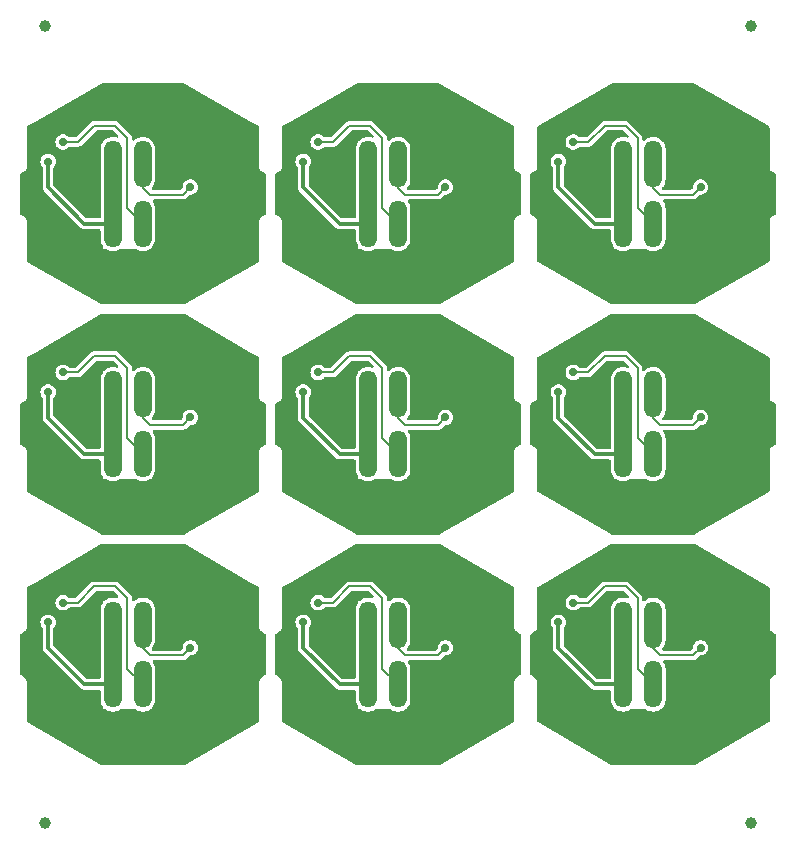
<source format=gbr>
%TF.GenerationSoftware,KiCad,Pcbnew,8.0.4*%
%TF.CreationDate,2024-10-17T14:22:23+11:00*%
%TF.ProjectId,panel,70616e65-6c2e-46b6-9963-61645f706362,rev?*%
%TF.SameCoordinates,Original*%
%TF.FileFunction,Copper,L2,Bot*%
%TF.FilePolarity,Positive*%
%FSLAX46Y46*%
G04 Gerber Fmt 4.6, Leading zero omitted, Abs format (unit mm)*
G04 Created by KiCad (PCBNEW 8.0.4) date 2024-10-17 14:22:23*
%MOMM*%
%LPD*%
G01*
G04 APERTURE LIST*
G04 Aperture macros list*
%AMRoundRect*
0 Rectangle with rounded corners*
0 $1 Rounding radius*
0 $2 $3 $4 $5 $6 $7 $8 $9 X,Y pos of 4 corners*
0 Add a 4 corners polygon primitive as box body*
4,1,4,$2,$3,$4,$5,$6,$7,$8,$9,$2,$3,0*
0 Add four circle primitives for the rounded corners*
1,1,$1+$1,$2,$3*
1,1,$1+$1,$4,$5*
1,1,$1+$1,$6,$7*
1,1,$1+$1,$8,$9*
0 Add four rect primitives between the rounded corners*
20,1,$1+$1,$2,$3,$4,$5,0*
20,1,$1+$1,$4,$5,$6,$7,0*
20,1,$1+$1,$6,$7,$8,$9,0*
20,1,$1+$1,$8,$9,$2,$3,0*%
G04 Aperture macros list end*
%TA.AperFunction,SMDPad,CuDef*%
%ADD10RoundRect,0.750000X-0.000010X1.250000X-0.000010X-1.250000X0.000010X-1.250000X0.000010X1.250000X0*%
%TD*%
%TA.AperFunction,SMDPad,CuDef*%
%ADD11C,1.000000*%
%TD*%
%TA.AperFunction,ViaPad*%
%ADD12C,0.700000*%
%TD*%
%TA.AperFunction,Conductor*%
%ADD13C,1.500000*%
%TD*%
%TA.AperFunction,Conductor*%
%ADD14C,0.300000*%
%TD*%
%TA.AperFunction,Conductor*%
%ADD15C,0.200000*%
%TD*%
G04 APERTURE END LIST*
D10*
%TO.P,J1,1,Pin_1*%
%TO.N,Board_3-+5V*%
X15260000Y-33725000D03*
%TO.P,J1,2,Pin_2*%
%TO.N,Board_3-DOUT*%
X17800000Y-33725000D03*
%TO.P,J1,3,Pin_3*%
%TO.N,Board_3-GND*%
X20340000Y-33725000D03*
%TO.P,J1,4,Pin_4*%
X20340000Y-38775000D03*
%TO.P,J1,5,Pin_5*%
%TO.N,Board_3-DIN*%
X17800000Y-38775000D03*
%TO.P,J1,6,Pin_6*%
%TO.N,Board_3-+5V*%
X15260000Y-38775000D03*
%TD*%
D11*
%TO.P,KiKit_FID_B_3,*%
%TO.N,*%
X9500000Y-70000000D03*
%TD*%
%TO.P,KiKit_FID_B_1,*%
%TO.N,*%
X9500000Y-2500000D03*
%TD*%
D10*
%TO.P,J1,1,Pin_1*%
%TO.N,Board_6-+5V*%
X15260000Y-53225000D03*
%TO.P,J1,2,Pin_2*%
%TO.N,Board_6-DOUT*%
X17800000Y-53225000D03*
%TO.P,J1,3,Pin_3*%
%TO.N,Board_6-GND*%
X20340000Y-53225000D03*
%TO.P,J1,4,Pin_4*%
X20340000Y-58275000D03*
%TO.P,J1,5,Pin_5*%
%TO.N,Board_6-DIN*%
X17800000Y-58275000D03*
%TO.P,J1,6,Pin_6*%
%TO.N,Board_6-+5V*%
X15260000Y-58275000D03*
%TD*%
D11*
%TO.P,KiKit_FID_B_2,*%
%TO.N,*%
X69300000Y-2500000D03*
%TD*%
D10*
%TO.P,J1,1,Pin_1*%
%TO.N,Board_4-+5V*%
X36860000Y-33725000D03*
%TO.P,J1,2,Pin_2*%
%TO.N,Board_4-DOUT*%
X39400000Y-33725000D03*
%TO.P,J1,3,Pin_3*%
%TO.N,Board_4-GND*%
X41940000Y-33725000D03*
%TO.P,J1,4,Pin_4*%
X41940000Y-38775000D03*
%TO.P,J1,5,Pin_5*%
%TO.N,Board_4-DIN*%
X39400000Y-38775000D03*
%TO.P,J1,6,Pin_6*%
%TO.N,Board_4-+5V*%
X36860000Y-38775000D03*
%TD*%
%TO.P,J1,1,Pin_1*%
%TO.N,Board_2-+5V*%
X58460000Y-14225000D03*
%TO.P,J1,2,Pin_2*%
%TO.N,Board_2-DOUT*%
X61000000Y-14225000D03*
%TO.P,J1,3,Pin_3*%
%TO.N,Board_2-GND*%
X63540000Y-14225000D03*
%TO.P,J1,4,Pin_4*%
X63540000Y-19275000D03*
%TO.P,J1,5,Pin_5*%
%TO.N,Board_2-DIN*%
X61000000Y-19275000D03*
%TO.P,J1,6,Pin_6*%
%TO.N,Board_2-+5V*%
X58460000Y-19275000D03*
%TD*%
%TO.P,J1,1,Pin_1*%
%TO.N,Board_5-+5V*%
X58460000Y-33725000D03*
%TO.P,J1,2,Pin_2*%
%TO.N,Board_5-DOUT*%
X61000000Y-33725000D03*
%TO.P,J1,3,Pin_3*%
%TO.N,Board_5-GND*%
X63540000Y-33725000D03*
%TO.P,J1,4,Pin_4*%
X63540000Y-38775000D03*
%TO.P,J1,5,Pin_5*%
%TO.N,Board_5-DIN*%
X61000000Y-38775000D03*
%TO.P,J1,6,Pin_6*%
%TO.N,Board_5-+5V*%
X58460000Y-38775000D03*
%TD*%
%TO.P,J1,1,Pin_1*%
%TO.N,Board_7-+5V*%
X36860000Y-53225000D03*
%TO.P,J1,2,Pin_2*%
%TO.N,Board_7-DOUT*%
X39400000Y-53225000D03*
%TO.P,J1,3,Pin_3*%
%TO.N,Board_7-GND*%
X41940000Y-53225000D03*
%TO.P,J1,4,Pin_4*%
X41940000Y-58275000D03*
%TO.P,J1,5,Pin_5*%
%TO.N,Board_7-DIN*%
X39400000Y-58275000D03*
%TO.P,J1,6,Pin_6*%
%TO.N,Board_7-+5V*%
X36860000Y-58275000D03*
%TD*%
%TO.P,J1,1,Pin_1*%
%TO.N,Board_8-+5V*%
X58460000Y-53225000D03*
%TO.P,J1,2,Pin_2*%
%TO.N,Board_8-DOUT*%
X61000000Y-53225000D03*
%TO.P,J1,3,Pin_3*%
%TO.N,Board_8-GND*%
X63540000Y-53225000D03*
%TO.P,J1,4,Pin_4*%
X63540000Y-58275000D03*
%TO.P,J1,5,Pin_5*%
%TO.N,Board_8-DIN*%
X61000000Y-58275000D03*
%TO.P,J1,6,Pin_6*%
%TO.N,Board_8-+5V*%
X58460000Y-58275000D03*
%TD*%
%TO.P,J1,1,Pin_1*%
%TO.N,Board_0-+5V*%
X15260000Y-14225000D03*
%TO.P,J1,2,Pin_2*%
%TO.N,Board_0-DOUT*%
X17800000Y-14225000D03*
%TO.P,J1,3,Pin_3*%
%TO.N,Board_0-GND*%
X20340000Y-14225000D03*
%TO.P,J1,4,Pin_4*%
X20340000Y-19275000D03*
%TO.P,J1,5,Pin_5*%
%TO.N,Board_0-DIN*%
X17800000Y-19275000D03*
%TO.P,J1,6,Pin_6*%
%TO.N,Board_0-+5V*%
X15260000Y-19275000D03*
%TD*%
%TO.P,J1,1,Pin_1*%
%TO.N,Board_1-+5V*%
X36860000Y-14225000D03*
%TO.P,J1,2,Pin_2*%
%TO.N,Board_1-DOUT*%
X39400000Y-14225000D03*
%TO.P,J1,3,Pin_3*%
%TO.N,Board_1-GND*%
X41940000Y-14225000D03*
%TO.P,J1,4,Pin_4*%
X41940000Y-19275000D03*
%TO.P,J1,5,Pin_5*%
%TO.N,Board_1-DIN*%
X39400000Y-19275000D03*
%TO.P,J1,6,Pin_6*%
%TO.N,Board_1-+5V*%
X36860000Y-19275000D03*
%TD*%
D11*
%TO.P,KiKit_FID_B_4,*%
%TO.N,*%
X69300000Y-70000000D03*
%TD*%
D12*
%TO.N,Board_0-+5V*%
X9766400Y-14014000D03*
%TO.N,Board_0-DIN*%
X11033267Y-12360769D03*
%TO.N,Board_0-DOUT*%
X21806000Y-16173000D03*
%TO.N,Board_0-GND*%
X9868000Y-20364000D03*
X23076000Y-10204000D03*
X8598000Y-14522000D03*
X13449400Y-20084600D03*
X12916000Y-9950000D03*
X16726000Y-21888000D03*
X15456000Y-8426000D03*
X21704400Y-19576600D03*
X12408000Y-23158000D03*
X19266000Y-17570000D03*
X22060000Y-14268000D03*
X26378000Y-16046000D03*
X22822000Y-23412000D03*
X20028000Y-24936000D03*
X24854000Y-19856000D03*
X20028000Y-8426000D03*
X15456000Y-24682000D03*
X9360000Y-17570000D03*
X13170000Y-14903000D03*
%TO.N,Board_1-+5V*%
X31366400Y-14014000D03*
%TO.N,Board_1-DIN*%
X32633267Y-12360769D03*
%TO.N,Board_1-DOUT*%
X43406000Y-16173000D03*
%TO.N,Board_1-GND*%
X34008000Y-23158000D03*
X44422000Y-23412000D03*
X34516000Y-9950000D03*
X44676000Y-10204000D03*
X41628000Y-24936000D03*
X30198000Y-14522000D03*
X43304400Y-19576600D03*
X47978000Y-16046000D03*
X37056000Y-24682000D03*
X40866000Y-17570000D03*
X30960000Y-17570000D03*
X35049400Y-20084600D03*
X41628000Y-8426000D03*
X37056000Y-8426000D03*
X46454000Y-19856000D03*
X43660000Y-14268000D03*
X34770000Y-14903000D03*
X38326000Y-21888000D03*
X31468000Y-20364000D03*
%TO.N,Board_2-+5V*%
X52966400Y-14014000D03*
%TO.N,Board_2-DIN*%
X54233267Y-12360769D03*
%TO.N,Board_2-DOUT*%
X65006000Y-16173000D03*
%TO.N,Board_2-GND*%
X53068000Y-20364000D03*
X63228000Y-24936000D03*
X66022000Y-23412000D03*
X62466000Y-17570000D03*
X66276000Y-10204000D03*
X58656000Y-24682000D03*
X51798000Y-14522000D03*
X65260000Y-14268000D03*
X52560000Y-17570000D03*
X56116000Y-9950000D03*
X55608000Y-23158000D03*
X69578000Y-16046000D03*
X63228000Y-8426000D03*
X59926000Y-21888000D03*
X64904400Y-19576600D03*
X56649400Y-20084600D03*
X58656000Y-8426000D03*
X68054000Y-19856000D03*
X56370000Y-14903000D03*
%TO.N,Board_3-+5V*%
X9766400Y-33514000D03*
%TO.N,Board_3-DIN*%
X11033267Y-31860769D03*
%TO.N,Board_3-DOUT*%
X21806000Y-35673000D03*
%TO.N,Board_3-GND*%
X15456000Y-27926000D03*
X12916000Y-29450000D03*
X15456000Y-44182000D03*
X19266000Y-37070000D03*
X23076000Y-29704000D03*
X22822000Y-42912000D03*
X20028000Y-44436000D03*
X16726000Y-41388000D03*
X13449400Y-39584600D03*
X21704400Y-39076600D03*
X9360000Y-37070000D03*
X13170000Y-34403000D03*
X12408000Y-42658000D03*
X8598000Y-34022000D03*
X22060000Y-33768000D03*
X26378000Y-35546000D03*
X20028000Y-27926000D03*
X9868000Y-39864000D03*
X24854000Y-39356000D03*
%TO.N,Board_4-+5V*%
X31366400Y-33514000D03*
%TO.N,Board_4-DIN*%
X32633267Y-31860769D03*
%TO.N,Board_4-DOUT*%
X43406000Y-35673000D03*
%TO.N,Board_4-GND*%
X34008000Y-42658000D03*
X41628000Y-27926000D03*
X47978000Y-35546000D03*
X43304400Y-39076600D03*
X46454000Y-39356000D03*
X34516000Y-29450000D03*
X37056000Y-44182000D03*
X30960000Y-37070000D03*
X43660000Y-33768000D03*
X31468000Y-39864000D03*
X35049400Y-39584600D03*
X40866000Y-37070000D03*
X37056000Y-27926000D03*
X34770000Y-34403000D03*
X44676000Y-29704000D03*
X41628000Y-44436000D03*
X30198000Y-34022000D03*
X38326000Y-41388000D03*
X44422000Y-42912000D03*
%TO.N,Board_5-+5V*%
X52966400Y-33514000D03*
%TO.N,Board_5-DIN*%
X54233267Y-31860769D03*
%TO.N,Board_5-DOUT*%
X65006000Y-35673000D03*
%TO.N,Board_5-GND*%
X55608000Y-42658000D03*
X56649400Y-39584600D03*
X62466000Y-37070000D03*
X63228000Y-27926000D03*
X69578000Y-35546000D03*
X58656000Y-44182000D03*
X68054000Y-39356000D03*
X52560000Y-37070000D03*
X66022000Y-42912000D03*
X63228000Y-44436000D03*
X65260000Y-33768000D03*
X53068000Y-39864000D03*
X64904400Y-39076600D03*
X59926000Y-41388000D03*
X56116000Y-29450000D03*
X66276000Y-29704000D03*
X56370000Y-34403000D03*
X58656000Y-27926000D03*
X51798000Y-34022000D03*
%TO.N,Board_6-+5V*%
X9766400Y-53014000D03*
%TO.N,Board_6-DIN*%
X11033267Y-51360769D03*
%TO.N,Board_6-DOUT*%
X21806000Y-55173000D03*
%TO.N,Board_6-GND*%
X26378000Y-55046000D03*
X24854000Y-58856000D03*
X22822000Y-62412000D03*
X22060000Y-53268000D03*
X9868000Y-59364000D03*
X13170000Y-53903000D03*
X12916000Y-48950000D03*
X12408000Y-62158000D03*
X15456000Y-63682000D03*
X21704400Y-58576600D03*
X16726000Y-60888000D03*
X8598000Y-53522000D03*
X9360000Y-56570000D03*
X23076000Y-49204000D03*
X13449400Y-59084600D03*
X19266000Y-56570000D03*
X20028000Y-63936000D03*
X20028000Y-47426000D03*
X15456000Y-47426000D03*
%TO.N,Board_7-+5V*%
X31366400Y-53014000D03*
%TO.N,Board_7-DIN*%
X32633267Y-51360769D03*
%TO.N,Board_7-DOUT*%
X43406000Y-55173000D03*
%TO.N,Board_7-GND*%
X34008000Y-62158000D03*
X46454000Y-58856000D03*
X30198000Y-53522000D03*
X31468000Y-59364000D03*
X37056000Y-63682000D03*
X41628000Y-47426000D03*
X43304400Y-58576600D03*
X44676000Y-49204000D03*
X34770000Y-53903000D03*
X44422000Y-62412000D03*
X30960000Y-56570000D03*
X41628000Y-63936000D03*
X34516000Y-48950000D03*
X37056000Y-47426000D03*
X40866000Y-56570000D03*
X47978000Y-55046000D03*
X35049400Y-59084600D03*
X43660000Y-53268000D03*
X38326000Y-60888000D03*
%TO.N,Board_8-+5V*%
X52966400Y-53014000D03*
%TO.N,Board_8-DIN*%
X54233267Y-51360769D03*
%TO.N,Board_8-DOUT*%
X65006000Y-55173000D03*
%TO.N,Board_8-GND*%
X65260000Y-53268000D03*
X51798000Y-53522000D03*
X66276000Y-49204000D03*
X58656000Y-47426000D03*
X63228000Y-47426000D03*
X68054000Y-58856000D03*
X59926000Y-60888000D03*
X53068000Y-59364000D03*
X63228000Y-63936000D03*
X56649400Y-59084600D03*
X56116000Y-48950000D03*
X62466000Y-56570000D03*
X64904400Y-58576600D03*
X66022000Y-62412000D03*
X56370000Y-53903000D03*
X58656000Y-63682000D03*
X55608000Y-62158000D03*
X69578000Y-55046000D03*
X52560000Y-56570000D03*
%TD*%
D13*
%TO.N,Board_0-+5V*%
X15260000Y-14225000D02*
X15260000Y-19275000D01*
D14*
X12843000Y-19275000D02*
X15260000Y-19275000D01*
X9766400Y-16198400D02*
X12843000Y-19275000D01*
X9766400Y-14014000D02*
X9766400Y-16198400D01*
D15*
%TO.N,Board_0-DIN*%
X16472000Y-17947000D02*
X17800000Y-19275000D01*
X15456000Y-10966000D02*
X16472000Y-11982000D01*
X16472000Y-11982000D02*
X16472000Y-17947000D01*
X12283231Y-12360769D02*
X13678000Y-10966000D01*
X11033267Y-12360769D02*
X12283231Y-12360769D01*
X13678000Y-10966000D02*
X15456000Y-10966000D01*
%TO.N,Board_0-DOUT*%
X17800000Y-16224999D02*
X18383001Y-16808000D01*
X21171000Y-16808000D02*
X21806000Y-16173000D01*
X17800000Y-14225000D02*
X17800000Y-16224999D01*
X18383001Y-16808000D02*
X21171000Y-16808000D01*
D13*
%TO.N,Board_1-+5V*%
X36860000Y-14225000D02*
X36860000Y-19275000D01*
D14*
X31366400Y-16198400D02*
X34443000Y-19275000D01*
X31366400Y-14014000D02*
X31366400Y-16198400D01*
X34443000Y-19275000D02*
X36860000Y-19275000D01*
D15*
%TO.N,Board_1-DIN*%
X38072000Y-11982000D02*
X38072000Y-17947000D01*
X33883231Y-12360769D02*
X35278000Y-10966000D01*
X32633267Y-12360769D02*
X33883231Y-12360769D01*
X37056000Y-10966000D02*
X38072000Y-11982000D01*
X38072000Y-17947000D02*
X39400000Y-19275000D01*
X35278000Y-10966000D02*
X37056000Y-10966000D01*
%TO.N,Board_1-DOUT*%
X39400000Y-14225000D02*
X39400000Y-16224999D01*
X42771000Y-16808000D02*
X43406000Y-16173000D01*
X39983001Y-16808000D02*
X42771000Y-16808000D01*
X39400000Y-16224999D02*
X39983001Y-16808000D01*
D14*
%TO.N,Board_2-+5V*%
X52966400Y-14014000D02*
X52966400Y-16198400D01*
X56043000Y-19275000D02*
X58460000Y-19275000D01*
X52966400Y-16198400D02*
X56043000Y-19275000D01*
D13*
X58460000Y-14225000D02*
X58460000Y-19275000D01*
D15*
%TO.N,Board_2-DIN*%
X55483231Y-12360769D02*
X56878000Y-10966000D01*
X56878000Y-10966000D02*
X58656000Y-10966000D01*
X58656000Y-10966000D02*
X59672000Y-11982000D01*
X54233267Y-12360769D02*
X55483231Y-12360769D01*
X59672000Y-17947000D02*
X61000000Y-19275000D01*
X59672000Y-11982000D02*
X59672000Y-17947000D01*
%TO.N,Board_2-DOUT*%
X64371000Y-16808000D02*
X65006000Y-16173000D01*
X61583001Y-16808000D02*
X64371000Y-16808000D01*
X61000000Y-14225000D02*
X61000000Y-16224999D01*
X61000000Y-16224999D02*
X61583001Y-16808000D01*
D14*
%TO.N,Board_3-+5V*%
X9766400Y-35698400D02*
X12843000Y-38775000D01*
X12843000Y-38775000D02*
X15260000Y-38775000D01*
D13*
X15260000Y-33725000D02*
X15260000Y-38775000D01*
D14*
X9766400Y-33514000D02*
X9766400Y-35698400D01*
D15*
%TO.N,Board_3-DIN*%
X13678000Y-30466000D02*
X15456000Y-30466000D01*
X12283231Y-31860769D02*
X13678000Y-30466000D01*
X15456000Y-30466000D02*
X16472000Y-31482000D01*
X16472000Y-37447000D02*
X17800000Y-38775000D01*
X11033267Y-31860769D02*
X12283231Y-31860769D01*
X16472000Y-31482000D02*
X16472000Y-37447000D01*
%TO.N,Board_3-DOUT*%
X18383001Y-36308000D02*
X21171000Y-36308000D01*
X21171000Y-36308000D02*
X21806000Y-35673000D01*
X17800000Y-33725000D02*
X17800000Y-35724999D01*
X17800000Y-35724999D02*
X18383001Y-36308000D01*
D14*
%TO.N,Board_4-+5V*%
X31366400Y-33514000D02*
X31366400Y-35698400D01*
X31366400Y-35698400D02*
X34443000Y-38775000D01*
X34443000Y-38775000D02*
X36860000Y-38775000D01*
D13*
X36860000Y-33725000D02*
X36860000Y-38775000D01*
D15*
%TO.N,Board_4-DIN*%
X38072000Y-31482000D02*
X38072000Y-37447000D01*
X38072000Y-37447000D02*
X39400000Y-38775000D01*
X32633267Y-31860769D02*
X33883231Y-31860769D01*
X35278000Y-30466000D02*
X37056000Y-30466000D01*
X33883231Y-31860769D02*
X35278000Y-30466000D01*
X37056000Y-30466000D02*
X38072000Y-31482000D01*
%TO.N,Board_4-DOUT*%
X39400000Y-35724999D02*
X39983001Y-36308000D01*
X39983001Y-36308000D02*
X42771000Y-36308000D01*
X39400000Y-33725000D02*
X39400000Y-35724999D01*
X42771000Y-36308000D02*
X43406000Y-35673000D01*
D13*
%TO.N,Board_5-+5V*%
X58460000Y-33725000D02*
X58460000Y-38775000D01*
D14*
X52966400Y-35698400D02*
X56043000Y-38775000D01*
X56043000Y-38775000D02*
X58460000Y-38775000D01*
X52966400Y-33514000D02*
X52966400Y-35698400D01*
D15*
%TO.N,Board_5-DIN*%
X55483231Y-31860769D02*
X56878000Y-30466000D01*
X54233267Y-31860769D02*
X55483231Y-31860769D01*
X59672000Y-37447000D02*
X61000000Y-38775000D01*
X56878000Y-30466000D02*
X58656000Y-30466000D01*
X59672000Y-31482000D02*
X59672000Y-37447000D01*
X58656000Y-30466000D02*
X59672000Y-31482000D01*
%TO.N,Board_5-DOUT*%
X61000000Y-33725000D02*
X61000000Y-35724999D01*
X64371000Y-36308000D02*
X65006000Y-35673000D01*
X61000000Y-35724999D02*
X61583001Y-36308000D01*
X61583001Y-36308000D02*
X64371000Y-36308000D01*
D14*
%TO.N,Board_6-+5V*%
X12843000Y-58275000D02*
X15260000Y-58275000D01*
D13*
X15260000Y-53225000D02*
X15260000Y-58275000D01*
D14*
X9766400Y-53014000D02*
X9766400Y-55198400D01*
X9766400Y-55198400D02*
X12843000Y-58275000D01*
D15*
%TO.N,Board_6-DIN*%
X16472000Y-50982000D02*
X16472000Y-56947000D01*
X16472000Y-56947000D02*
X17800000Y-58275000D01*
X11033267Y-51360769D02*
X12283231Y-51360769D01*
X12283231Y-51360769D02*
X13678000Y-49966000D01*
X13678000Y-49966000D02*
X15456000Y-49966000D01*
X15456000Y-49966000D02*
X16472000Y-50982000D01*
%TO.N,Board_6-DOUT*%
X18383001Y-55808000D02*
X21171000Y-55808000D01*
X17800000Y-55224999D02*
X18383001Y-55808000D01*
X21171000Y-55808000D02*
X21806000Y-55173000D01*
X17800000Y-53225000D02*
X17800000Y-55224999D01*
D14*
%TO.N,Board_7-+5V*%
X31366400Y-55198400D02*
X34443000Y-58275000D01*
D13*
X36860000Y-53225000D02*
X36860000Y-58275000D01*
D14*
X31366400Y-53014000D02*
X31366400Y-55198400D01*
X34443000Y-58275000D02*
X36860000Y-58275000D01*
D15*
%TO.N,Board_7-DIN*%
X32633267Y-51360769D02*
X33883231Y-51360769D01*
X38072000Y-56947000D02*
X39400000Y-58275000D01*
X33883231Y-51360769D02*
X35278000Y-49966000D01*
X38072000Y-50982000D02*
X38072000Y-56947000D01*
X37056000Y-49966000D02*
X38072000Y-50982000D01*
X35278000Y-49966000D02*
X37056000Y-49966000D01*
%TO.N,Board_7-DOUT*%
X39400000Y-53225000D02*
X39400000Y-55224999D01*
X39400000Y-55224999D02*
X39983001Y-55808000D01*
X39983001Y-55808000D02*
X42771000Y-55808000D01*
X42771000Y-55808000D02*
X43406000Y-55173000D01*
D14*
%TO.N,Board_8-+5V*%
X56043000Y-58275000D02*
X58460000Y-58275000D01*
X52966400Y-53014000D02*
X52966400Y-55198400D01*
X52966400Y-55198400D02*
X56043000Y-58275000D01*
D13*
X58460000Y-53225000D02*
X58460000Y-58275000D01*
D15*
%TO.N,Board_8-DIN*%
X54233267Y-51360769D02*
X55483231Y-51360769D01*
X58656000Y-49966000D02*
X59672000Y-50982000D01*
X59672000Y-50982000D02*
X59672000Y-56947000D01*
X55483231Y-51360769D02*
X56878000Y-49966000D01*
X59672000Y-56947000D02*
X61000000Y-58275000D01*
X56878000Y-49966000D02*
X58656000Y-49966000D01*
%TO.N,Board_8-DOUT*%
X61583001Y-55808000D02*
X64371000Y-55808000D01*
X64371000Y-55808000D02*
X65006000Y-55173000D01*
X61000000Y-53225000D02*
X61000000Y-55224999D01*
X61000000Y-55224999D02*
X61583001Y-55808000D01*
%TD*%
%TA.AperFunction,Conductor*%
%TO.N,Board_8-GND*%
G36*
X64533965Y-46417112D02*
G01*
X70181247Y-49677573D01*
X70787500Y-50027593D01*
X70835716Y-50078160D01*
X70849500Y-50134980D01*
X70849500Y-53416739D01*
X70849500Y-53522193D01*
X70876793Y-53624053D01*
X70929520Y-53715379D01*
X71004087Y-53789946D01*
X71337500Y-53982441D01*
X71385715Y-54033008D01*
X71399500Y-54089828D01*
X71399500Y-57410170D01*
X71379815Y-57477209D01*
X71337500Y-57517557D01*
X71095413Y-57657327D01*
X71004085Y-57710055D01*
X70929521Y-57784619D01*
X70876794Y-57875944D01*
X70876793Y-57875947D01*
X70849500Y-57977807D01*
X70849500Y-61365018D01*
X70829815Y-61432057D01*
X70787500Y-61472405D01*
X64533966Y-65082887D01*
X64471966Y-65099500D01*
X57528034Y-65099500D01*
X57466034Y-65082887D01*
X51212500Y-61472405D01*
X51164284Y-61421838D01*
X51150500Y-61365018D01*
X51150500Y-57977809D01*
X51150500Y-57977807D01*
X51123207Y-57875947D01*
X51070480Y-57784621D01*
X50995913Y-57710054D01*
X50904587Y-57657327D01*
X50662500Y-57517557D01*
X50614284Y-57466990D01*
X50600500Y-57410170D01*
X50600500Y-54089828D01*
X50620185Y-54022789D01*
X50662498Y-53982442D01*
X50995913Y-53789946D01*
X51070480Y-53715379D01*
X51123207Y-53624053D01*
X51150500Y-53522193D01*
X51150500Y-53013999D01*
X52311122Y-53013999D01*
X52311122Y-53014000D01*
X52330162Y-53170818D01*
X52386180Y-53318523D01*
X52386181Y-53318524D01*
X52475918Y-53448532D01*
X52480891Y-53454145D01*
X52479444Y-53455426D01*
X52511250Y-53506120D01*
X52515900Y-53539759D01*
X52515900Y-55257709D01*
X52534624Y-55327587D01*
X52546601Y-55372287D01*
X52605911Y-55475014D01*
X55766386Y-58635489D01*
X55766387Y-58635490D01*
X55766389Y-58635491D01*
X55825693Y-58669729D01*
X55825696Y-58669732D01*
X55859937Y-58689500D01*
X55869114Y-58694799D01*
X55983691Y-58725500D01*
X57285500Y-58725500D01*
X57352539Y-58745185D01*
X57398294Y-58797989D01*
X57409500Y-58849500D01*
X57409500Y-59576604D01*
X57424699Y-59730932D01*
X57424700Y-59730934D01*
X57484768Y-59928954D01*
X57582315Y-60111450D01*
X57611853Y-60147442D01*
X57639166Y-60211751D01*
X57640000Y-60226107D01*
X57640000Y-60380000D01*
X57801984Y-60380000D01*
X57869023Y-60399685D01*
X57870877Y-60400900D01*
X57873548Y-60402685D01*
X58056041Y-60500230D01*
X58056043Y-60500230D01*
X58056046Y-60500232D01*
X58254066Y-60560300D01*
X58254065Y-60560300D01*
X58292647Y-60564100D01*
X58408392Y-60575500D01*
X58408395Y-60575500D01*
X58511605Y-60575500D01*
X58511608Y-60575500D01*
X58665934Y-60560300D01*
X58863954Y-60500232D01*
X58863958Y-60500230D01*
X59046451Y-60402685D01*
X59049123Y-60400900D01*
X59050736Y-60400394D01*
X59051823Y-60399814D01*
X59051933Y-60400019D01*
X59115799Y-60380020D01*
X59118016Y-60380000D01*
X60341984Y-60380000D01*
X60409023Y-60399685D01*
X60410877Y-60400900D01*
X60413548Y-60402685D01*
X60596041Y-60500230D01*
X60596043Y-60500230D01*
X60596046Y-60500232D01*
X60794066Y-60560300D01*
X60794065Y-60560300D01*
X60832647Y-60564100D01*
X60948392Y-60575500D01*
X60948395Y-60575500D01*
X61051605Y-60575500D01*
X61051608Y-60575500D01*
X61205934Y-60560300D01*
X61403954Y-60500232D01*
X61403958Y-60500230D01*
X61586451Y-60402685D01*
X61589123Y-60400900D01*
X61590736Y-60400394D01*
X61591823Y-60399814D01*
X61591933Y-60400019D01*
X61655799Y-60380020D01*
X61658016Y-60380000D01*
X61704000Y-60380000D01*
X61704000Y-60364863D01*
X61723685Y-60297824D01*
X61742770Y-60276387D01*
X61742102Y-60275719D01*
X61746407Y-60271413D01*
X61746408Y-60271411D01*
X61746410Y-60271410D01*
X61877685Y-60111450D01*
X61975232Y-59928954D01*
X62035300Y-59730934D01*
X62050500Y-59576608D01*
X62050500Y-56973392D01*
X62035300Y-56819066D01*
X61975232Y-56621046D01*
X61877685Y-56438550D01*
X61855211Y-56411165D01*
X61827898Y-56346855D01*
X61839689Y-56277988D01*
X61886841Y-56226427D01*
X61951064Y-56208500D01*
X64423725Y-56208500D01*
X64423727Y-56208500D01*
X64525588Y-56181207D01*
X64616913Y-56128480D01*
X64885574Y-55859817D01*
X64946895Y-55826334D01*
X64973254Y-55823500D01*
X65084985Y-55823500D01*
X65238365Y-55785696D01*
X65378240Y-55712283D01*
X65496483Y-55607530D01*
X65586220Y-55477523D01*
X65642237Y-55329818D01*
X65661278Y-55173000D01*
X65647734Y-55061450D01*
X65642237Y-55016181D01*
X65590193Y-54878954D01*
X65586220Y-54868477D01*
X65496483Y-54738470D01*
X65378240Y-54633717D01*
X65378238Y-54633716D01*
X65378237Y-54633715D01*
X65238365Y-54560303D01*
X65084986Y-54522500D01*
X65084985Y-54522500D01*
X64927015Y-54522500D01*
X64927014Y-54522500D01*
X64773634Y-54560303D01*
X64633762Y-54633715D01*
X64515516Y-54738471D01*
X64425781Y-54868475D01*
X64425780Y-54868476D01*
X64369763Y-55016181D01*
X64350722Y-55173000D01*
X64350722Y-55173003D01*
X64353068Y-55192328D01*
X64341606Y-55261251D01*
X64317654Y-55294953D01*
X64241424Y-55371182D01*
X64180104Y-55404666D01*
X64153745Y-55407500D01*
X61855866Y-55407500D01*
X61788827Y-55387815D01*
X61743072Y-55335011D01*
X61733128Y-55265853D01*
X61760013Y-55204835D01*
X61804733Y-55150342D01*
X61877685Y-55061450D01*
X61975232Y-54878954D01*
X62035300Y-54680934D01*
X62050500Y-54526608D01*
X62050500Y-51923392D01*
X62035300Y-51769066D01*
X61975232Y-51571046D01*
X61877685Y-51388550D01*
X61820000Y-51318260D01*
X61746410Y-51228589D01*
X61586452Y-51097317D01*
X61586453Y-51097317D01*
X61586450Y-51097315D01*
X61403954Y-50999768D01*
X61205934Y-50939700D01*
X61205932Y-50939699D01*
X61205934Y-50939699D01*
X61086805Y-50927966D01*
X61051608Y-50924500D01*
X60948392Y-50924500D01*
X60910298Y-50928251D01*
X60794067Y-50939699D01*
X60596043Y-50999769D01*
X60413546Y-51097317D01*
X60278858Y-51207853D01*
X60214548Y-51235166D01*
X60200193Y-51236000D01*
X60196500Y-51236000D01*
X60129461Y-51216315D01*
X60083706Y-51163511D01*
X60072500Y-51112000D01*
X60072500Y-50929275D01*
X60072500Y-50929273D01*
X60045207Y-50827413D01*
X60045207Y-50827412D01*
X59992480Y-50736087D01*
X58901913Y-49645520D01*
X58856250Y-49619156D01*
X58810589Y-49592793D01*
X58759657Y-49579146D01*
X58708727Y-49565500D01*
X56930727Y-49565500D01*
X56825273Y-49565500D01*
X56723410Y-49592793D01*
X56632087Y-49645520D01*
X56632084Y-49645522D01*
X55353657Y-50923950D01*
X55292334Y-50957435D01*
X55265976Y-50960269D01*
X54809189Y-50960269D01*
X54742150Y-50940584D01*
X54726962Y-50929085D01*
X54723750Y-50926240D01*
X54723750Y-50926239D01*
X54605507Y-50821486D01*
X54605505Y-50821485D01*
X54605504Y-50821484D01*
X54465632Y-50748072D01*
X54312253Y-50710269D01*
X54312252Y-50710269D01*
X54154282Y-50710269D01*
X54154281Y-50710269D01*
X54000901Y-50748072D01*
X53861029Y-50821484D01*
X53742783Y-50926240D01*
X53653048Y-51056244D01*
X53653047Y-51056245D01*
X53597029Y-51203950D01*
X53577989Y-51360768D01*
X53577989Y-51360769D01*
X53597029Y-51517587D01*
X53617303Y-51571043D01*
X53653047Y-51665292D01*
X53742784Y-51795299D01*
X53861027Y-51900052D01*
X53861029Y-51900053D01*
X54000901Y-51973465D01*
X54154281Y-52011269D01*
X54154282Y-52011269D01*
X54312252Y-52011269D01*
X54465632Y-51973465D01*
X54605507Y-51900052D01*
X54723750Y-51795299D01*
X54723750Y-51795297D01*
X54726962Y-51792453D01*
X54790196Y-51762732D01*
X54809189Y-51761269D01*
X55535956Y-51761269D01*
X55535958Y-51761269D01*
X55637819Y-51733976D01*
X55729144Y-51681249D01*
X57007574Y-50402819D01*
X57068897Y-50369334D01*
X57095255Y-50366500D01*
X58438745Y-50366500D01*
X58505784Y-50386185D01*
X58526426Y-50402819D01*
X58886293Y-50762686D01*
X58919778Y-50824009D01*
X58914794Y-50893701D01*
X58872922Y-50949634D01*
X58807458Y-50974051D01*
X58762617Y-50969028D01*
X58668848Y-50940584D01*
X58665934Y-50939700D01*
X58665932Y-50939699D01*
X58665934Y-50939699D01*
X58546805Y-50927966D01*
X58511608Y-50924500D01*
X58408392Y-50924500D01*
X58370298Y-50928251D01*
X58254067Y-50939699D01*
X58056043Y-50999769D01*
X57873546Y-51097317D01*
X57738858Y-51207853D01*
X57674548Y-51235166D01*
X57660193Y-51236000D01*
X57640000Y-51236000D01*
X57640000Y-51273892D01*
X57620315Y-51340931D01*
X57611854Y-51352556D01*
X57582317Y-51388547D01*
X57484769Y-51571043D01*
X57424699Y-51769067D01*
X57409500Y-51923395D01*
X57409500Y-57700500D01*
X57389815Y-57767539D01*
X57337011Y-57813294D01*
X57285500Y-57824500D01*
X56280965Y-57824500D01*
X56213926Y-57804815D01*
X56193284Y-57788181D01*
X53453219Y-55048116D01*
X53419734Y-54986793D01*
X53416900Y-54960435D01*
X53416900Y-53539759D01*
X53436585Y-53472720D01*
X53452246Y-53454444D01*
X53451909Y-53454145D01*
X53456881Y-53448532D01*
X53456881Y-53448531D01*
X53456883Y-53448530D01*
X53546620Y-53318523D01*
X53602637Y-53170818D01*
X53621678Y-53014000D01*
X53602637Y-52857182D01*
X53546620Y-52709477D01*
X53456883Y-52579470D01*
X53338640Y-52474717D01*
X53338638Y-52474716D01*
X53338637Y-52474715D01*
X53198765Y-52401303D01*
X53045386Y-52363500D01*
X53045385Y-52363500D01*
X52887415Y-52363500D01*
X52887414Y-52363500D01*
X52734034Y-52401303D01*
X52594162Y-52474715D01*
X52475916Y-52579471D01*
X52386181Y-52709475D01*
X52386180Y-52709476D01*
X52330162Y-52857181D01*
X52311122Y-53013999D01*
X51150500Y-53013999D01*
X51150500Y-50134980D01*
X51170185Y-50067941D01*
X51212500Y-50027593D01*
X51818753Y-49677573D01*
X57466034Y-46417112D01*
X57528034Y-46400500D01*
X64471966Y-46400500D01*
X64533965Y-46417112D01*
G37*
%TD.AperFunction*%
%TD*%
%TA.AperFunction,Conductor*%
%TO.N,Board_6-GND*%
G36*
X21333965Y-46417112D02*
G01*
X26981247Y-49677573D01*
X27587500Y-50027593D01*
X27635716Y-50078160D01*
X27649500Y-50134980D01*
X27649500Y-53416739D01*
X27649500Y-53522193D01*
X27676793Y-53624053D01*
X27729520Y-53715379D01*
X27804087Y-53789946D01*
X28137500Y-53982441D01*
X28185715Y-54033008D01*
X28199500Y-54089828D01*
X28199500Y-57410170D01*
X28179815Y-57477209D01*
X28137500Y-57517557D01*
X27895413Y-57657327D01*
X27804085Y-57710055D01*
X27729521Y-57784619D01*
X27676794Y-57875944D01*
X27676793Y-57875947D01*
X27649500Y-57977807D01*
X27649500Y-61365018D01*
X27629815Y-61432057D01*
X27587500Y-61472405D01*
X21333966Y-65082887D01*
X21271966Y-65099500D01*
X14328034Y-65099500D01*
X14266034Y-65082887D01*
X8012500Y-61472405D01*
X7964284Y-61421838D01*
X7950500Y-61365018D01*
X7950500Y-57977809D01*
X7950500Y-57977807D01*
X7923207Y-57875947D01*
X7870480Y-57784621D01*
X7795913Y-57710054D01*
X7704587Y-57657327D01*
X7462500Y-57517557D01*
X7414284Y-57466990D01*
X7400500Y-57410170D01*
X7400500Y-54089828D01*
X7420185Y-54022789D01*
X7462498Y-53982442D01*
X7795913Y-53789946D01*
X7870480Y-53715379D01*
X7923207Y-53624053D01*
X7950500Y-53522193D01*
X7950500Y-53013999D01*
X9111122Y-53013999D01*
X9111122Y-53014000D01*
X9130162Y-53170818D01*
X9186180Y-53318523D01*
X9186181Y-53318524D01*
X9275918Y-53448532D01*
X9280891Y-53454145D01*
X9279444Y-53455426D01*
X9311250Y-53506120D01*
X9315900Y-53539759D01*
X9315900Y-55257709D01*
X9334624Y-55327587D01*
X9346601Y-55372287D01*
X9405911Y-55475014D01*
X12566386Y-58635489D01*
X12566387Y-58635490D01*
X12566389Y-58635491D01*
X12625693Y-58669729D01*
X12625696Y-58669732D01*
X12659937Y-58689500D01*
X12669114Y-58694799D01*
X12783691Y-58725500D01*
X14085500Y-58725500D01*
X14152539Y-58745185D01*
X14198294Y-58797989D01*
X14209500Y-58849500D01*
X14209500Y-59576604D01*
X14224699Y-59730932D01*
X14224700Y-59730934D01*
X14284768Y-59928954D01*
X14382315Y-60111450D01*
X14411853Y-60147442D01*
X14439166Y-60211751D01*
X14440000Y-60226107D01*
X14440000Y-60380000D01*
X14601984Y-60380000D01*
X14669023Y-60399685D01*
X14670877Y-60400900D01*
X14673548Y-60402685D01*
X14856041Y-60500230D01*
X14856043Y-60500230D01*
X14856046Y-60500232D01*
X15054066Y-60560300D01*
X15054065Y-60560300D01*
X15092647Y-60564100D01*
X15208392Y-60575500D01*
X15208395Y-60575500D01*
X15311605Y-60575500D01*
X15311608Y-60575500D01*
X15465934Y-60560300D01*
X15663954Y-60500232D01*
X15663958Y-60500230D01*
X15846451Y-60402685D01*
X15849123Y-60400900D01*
X15850736Y-60400394D01*
X15851823Y-60399814D01*
X15851933Y-60400019D01*
X15915799Y-60380020D01*
X15918016Y-60380000D01*
X17141984Y-60380000D01*
X17209023Y-60399685D01*
X17210877Y-60400900D01*
X17213548Y-60402685D01*
X17396041Y-60500230D01*
X17396043Y-60500230D01*
X17396046Y-60500232D01*
X17594066Y-60560300D01*
X17594065Y-60560300D01*
X17632647Y-60564100D01*
X17748392Y-60575500D01*
X17748395Y-60575500D01*
X17851605Y-60575500D01*
X17851608Y-60575500D01*
X18005934Y-60560300D01*
X18203954Y-60500232D01*
X18203958Y-60500230D01*
X18386451Y-60402685D01*
X18389123Y-60400900D01*
X18390736Y-60400394D01*
X18391823Y-60399814D01*
X18391933Y-60400019D01*
X18455799Y-60380020D01*
X18458016Y-60380000D01*
X18504000Y-60380000D01*
X18504000Y-60364863D01*
X18523685Y-60297824D01*
X18542770Y-60276387D01*
X18542102Y-60275719D01*
X18546407Y-60271413D01*
X18546408Y-60271411D01*
X18546410Y-60271410D01*
X18677685Y-60111450D01*
X18775232Y-59928954D01*
X18835300Y-59730934D01*
X18850500Y-59576608D01*
X18850500Y-56973392D01*
X18835300Y-56819066D01*
X18775232Y-56621046D01*
X18677685Y-56438550D01*
X18655211Y-56411165D01*
X18627898Y-56346855D01*
X18639689Y-56277988D01*
X18686841Y-56226427D01*
X18751064Y-56208500D01*
X21223725Y-56208500D01*
X21223727Y-56208500D01*
X21325588Y-56181207D01*
X21416913Y-56128480D01*
X21685574Y-55859817D01*
X21746895Y-55826334D01*
X21773254Y-55823500D01*
X21884985Y-55823500D01*
X22038365Y-55785696D01*
X22178240Y-55712283D01*
X22296483Y-55607530D01*
X22386220Y-55477523D01*
X22442237Y-55329818D01*
X22461278Y-55173000D01*
X22447734Y-55061450D01*
X22442237Y-55016181D01*
X22390193Y-54878954D01*
X22386220Y-54868477D01*
X22296483Y-54738470D01*
X22178240Y-54633717D01*
X22178238Y-54633716D01*
X22178237Y-54633715D01*
X22038365Y-54560303D01*
X21884986Y-54522500D01*
X21884985Y-54522500D01*
X21727015Y-54522500D01*
X21727014Y-54522500D01*
X21573634Y-54560303D01*
X21433762Y-54633715D01*
X21315516Y-54738471D01*
X21225781Y-54868475D01*
X21225780Y-54868476D01*
X21169763Y-55016181D01*
X21150722Y-55173000D01*
X21150722Y-55173003D01*
X21153068Y-55192328D01*
X21141606Y-55261251D01*
X21117654Y-55294953D01*
X21041424Y-55371182D01*
X20980104Y-55404666D01*
X20953745Y-55407500D01*
X18655866Y-55407500D01*
X18588827Y-55387815D01*
X18543072Y-55335011D01*
X18533128Y-55265853D01*
X18560013Y-55204835D01*
X18604733Y-55150342D01*
X18677685Y-55061450D01*
X18775232Y-54878954D01*
X18835300Y-54680934D01*
X18850500Y-54526608D01*
X18850500Y-51923392D01*
X18835300Y-51769066D01*
X18775232Y-51571046D01*
X18677685Y-51388550D01*
X18620000Y-51318260D01*
X18546410Y-51228589D01*
X18386452Y-51097317D01*
X18386453Y-51097317D01*
X18386450Y-51097315D01*
X18203954Y-50999768D01*
X18005934Y-50939700D01*
X18005932Y-50939699D01*
X18005934Y-50939699D01*
X17886805Y-50927966D01*
X17851608Y-50924500D01*
X17748392Y-50924500D01*
X17710298Y-50928251D01*
X17594067Y-50939699D01*
X17396043Y-50999769D01*
X17213546Y-51097317D01*
X17078858Y-51207853D01*
X17014548Y-51235166D01*
X17000193Y-51236000D01*
X16996500Y-51236000D01*
X16929461Y-51216315D01*
X16883706Y-51163511D01*
X16872500Y-51112000D01*
X16872500Y-50929275D01*
X16872500Y-50929273D01*
X16845207Y-50827413D01*
X16845207Y-50827412D01*
X16792480Y-50736087D01*
X15701913Y-49645520D01*
X15656250Y-49619156D01*
X15610589Y-49592793D01*
X15559657Y-49579146D01*
X15508727Y-49565500D01*
X13730727Y-49565500D01*
X13625273Y-49565500D01*
X13523410Y-49592793D01*
X13432087Y-49645520D01*
X13432084Y-49645522D01*
X12153657Y-50923950D01*
X12092334Y-50957435D01*
X12065976Y-50960269D01*
X11609189Y-50960269D01*
X11542150Y-50940584D01*
X11526962Y-50929085D01*
X11523750Y-50926240D01*
X11523750Y-50926239D01*
X11405507Y-50821486D01*
X11405505Y-50821485D01*
X11405504Y-50821484D01*
X11265632Y-50748072D01*
X11112253Y-50710269D01*
X11112252Y-50710269D01*
X10954282Y-50710269D01*
X10954281Y-50710269D01*
X10800901Y-50748072D01*
X10661029Y-50821484D01*
X10542783Y-50926240D01*
X10453048Y-51056244D01*
X10453047Y-51056245D01*
X10397029Y-51203950D01*
X10377989Y-51360768D01*
X10377989Y-51360769D01*
X10397029Y-51517587D01*
X10417303Y-51571043D01*
X10453047Y-51665292D01*
X10542784Y-51795299D01*
X10661027Y-51900052D01*
X10661029Y-51900053D01*
X10800901Y-51973465D01*
X10954281Y-52011269D01*
X10954282Y-52011269D01*
X11112252Y-52011269D01*
X11265632Y-51973465D01*
X11405507Y-51900052D01*
X11523750Y-51795299D01*
X11523750Y-51795297D01*
X11526962Y-51792453D01*
X11590196Y-51762732D01*
X11609189Y-51761269D01*
X12335956Y-51761269D01*
X12335958Y-51761269D01*
X12437819Y-51733976D01*
X12529144Y-51681249D01*
X13807574Y-50402819D01*
X13868897Y-50369334D01*
X13895255Y-50366500D01*
X15238745Y-50366500D01*
X15305784Y-50386185D01*
X15326426Y-50402819D01*
X15686293Y-50762686D01*
X15719778Y-50824009D01*
X15714794Y-50893701D01*
X15672922Y-50949634D01*
X15607458Y-50974051D01*
X15562617Y-50969028D01*
X15468848Y-50940584D01*
X15465934Y-50939700D01*
X15465932Y-50939699D01*
X15465934Y-50939699D01*
X15346805Y-50927966D01*
X15311608Y-50924500D01*
X15208392Y-50924500D01*
X15170298Y-50928251D01*
X15054067Y-50939699D01*
X14856043Y-50999769D01*
X14673546Y-51097317D01*
X14538858Y-51207853D01*
X14474548Y-51235166D01*
X14460193Y-51236000D01*
X14440000Y-51236000D01*
X14440000Y-51273892D01*
X14420315Y-51340931D01*
X14411854Y-51352556D01*
X14382317Y-51388547D01*
X14284769Y-51571043D01*
X14224699Y-51769067D01*
X14209500Y-51923395D01*
X14209500Y-57700500D01*
X14189815Y-57767539D01*
X14137011Y-57813294D01*
X14085500Y-57824500D01*
X13080965Y-57824500D01*
X13013926Y-57804815D01*
X12993284Y-57788181D01*
X10253219Y-55048116D01*
X10219734Y-54986793D01*
X10216900Y-54960435D01*
X10216900Y-53539759D01*
X10236585Y-53472720D01*
X10252246Y-53454444D01*
X10251909Y-53454145D01*
X10256881Y-53448532D01*
X10256881Y-53448531D01*
X10256883Y-53448530D01*
X10346620Y-53318523D01*
X10402637Y-53170818D01*
X10421678Y-53014000D01*
X10402637Y-52857182D01*
X10346620Y-52709477D01*
X10256883Y-52579470D01*
X10138640Y-52474717D01*
X10138638Y-52474716D01*
X10138637Y-52474715D01*
X9998765Y-52401303D01*
X9845386Y-52363500D01*
X9845385Y-52363500D01*
X9687415Y-52363500D01*
X9687414Y-52363500D01*
X9534034Y-52401303D01*
X9394162Y-52474715D01*
X9275916Y-52579471D01*
X9186181Y-52709475D01*
X9186180Y-52709476D01*
X9130162Y-52857181D01*
X9111122Y-53013999D01*
X7950500Y-53013999D01*
X7950500Y-50134980D01*
X7970185Y-50067941D01*
X8012500Y-50027593D01*
X8618753Y-49677573D01*
X14266034Y-46417112D01*
X14328034Y-46400500D01*
X21271966Y-46400500D01*
X21333965Y-46417112D01*
G37*
%TD.AperFunction*%
%TD*%
%TA.AperFunction,Conductor*%
%TO.N,Board_3-GND*%
G36*
X21333965Y-26917112D02*
G01*
X26981247Y-30177573D01*
X27587500Y-30527593D01*
X27635716Y-30578160D01*
X27649500Y-30634980D01*
X27649500Y-33916739D01*
X27649500Y-34022193D01*
X27676793Y-34124053D01*
X27729520Y-34215379D01*
X27804087Y-34289946D01*
X28137500Y-34482441D01*
X28185715Y-34533008D01*
X28199500Y-34589828D01*
X28199500Y-37910170D01*
X28179815Y-37977209D01*
X28137500Y-38017557D01*
X27895413Y-38157327D01*
X27804085Y-38210055D01*
X27729521Y-38284619D01*
X27676794Y-38375944D01*
X27676793Y-38375947D01*
X27649500Y-38477807D01*
X27649500Y-41865018D01*
X27629815Y-41932057D01*
X27587500Y-41972405D01*
X21333966Y-45582887D01*
X21271966Y-45599500D01*
X14328034Y-45599500D01*
X14266034Y-45582887D01*
X8012500Y-41972405D01*
X7964284Y-41921838D01*
X7950500Y-41865018D01*
X7950500Y-38477809D01*
X7950500Y-38477807D01*
X7923207Y-38375947D01*
X7870480Y-38284621D01*
X7795913Y-38210054D01*
X7704587Y-38157327D01*
X7462500Y-38017557D01*
X7414284Y-37966990D01*
X7400500Y-37910170D01*
X7400500Y-34589828D01*
X7420185Y-34522789D01*
X7462498Y-34482442D01*
X7795913Y-34289946D01*
X7870480Y-34215379D01*
X7923207Y-34124053D01*
X7950500Y-34022193D01*
X7950500Y-33513999D01*
X9111122Y-33513999D01*
X9111122Y-33514000D01*
X9130162Y-33670818D01*
X9186180Y-33818523D01*
X9186181Y-33818524D01*
X9275918Y-33948532D01*
X9280891Y-33954145D01*
X9279444Y-33955426D01*
X9311250Y-34006120D01*
X9315900Y-34039759D01*
X9315900Y-35757709D01*
X9334624Y-35827587D01*
X9346601Y-35872287D01*
X9405911Y-35975014D01*
X12566386Y-39135489D01*
X12566387Y-39135490D01*
X12566389Y-39135491D01*
X12625693Y-39169729D01*
X12625696Y-39169732D01*
X12659937Y-39189500D01*
X12669114Y-39194799D01*
X12783691Y-39225500D01*
X14085500Y-39225500D01*
X14152539Y-39245185D01*
X14198294Y-39297989D01*
X14209500Y-39349500D01*
X14209500Y-40076604D01*
X14224699Y-40230932D01*
X14224700Y-40230934D01*
X14284768Y-40428954D01*
X14382315Y-40611450D01*
X14411853Y-40647442D01*
X14439166Y-40711751D01*
X14440000Y-40726107D01*
X14440000Y-40880000D01*
X14601984Y-40880000D01*
X14669023Y-40899685D01*
X14670877Y-40900900D01*
X14673548Y-40902685D01*
X14856041Y-41000230D01*
X14856043Y-41000230D01*
X14856046Y-41000232D01*
X15054066Y-41060300D01*
X15054065Y-41060300D01*
X15092647Y-41064100D01*
X15208392Y-41075500D01*
X15208395Y-41075500D01*
X15311605Y-41075500D01*
X15311608Y-41075500D01*
X15465934Y-41060300D01*
X15663954Y-41000232D01*
X15663958Y-41000230D01*
X15846451Y-40902685D01*
X15849123Y-40900900D01*
X15850736Y-40900394D01*
X15851823Y-40899814D01*
X15851933Y-40900019D01*
X15915799Y-40880020D01*
X15918016Y-40880000D01*
X17141984Y-40880000D01*
X17209023Y-40899685D01*
X17210877Y-40900900D01*
X17213548Y-40902685D01*
X17396041Y-41000230D01*
X17396043Y-41000230D01*
X17396046Y-41000232D01*
X17594066Y-41060300D01*
X17594065Y-41060300D01*
X17632647Y-41064100D01*
X17748392Y-41075500D01*
X17748395Y-41075500D01*
X17851605Y-41075500D01*
X17851608Y-41075500D01*
X18005934Y-41060300D01*
X18203954Y-41000232D01*
X18203958Y-41000230D01*
X18386451Y-40902685D01*
X18389123Y-40900900D01*
X18390736Y-40900394D01*
X18391823Y-40899814D01*
X18391933Y-40900019D01*
X18455799Y-40880020D01*
X18458016Y-40880000D01*
X18504000Y-40880000D01*
X18504000Y-40864863D01*
X18523685Y-40797824D01*
X18542770Y-40776387D01*
X18542102Y-40775719D01*
X18546407Y-40771413D01*
X18546408Y-40771411D01*
X18546410Y-40771410D01*
X18677685Y-40611450D01*
X18775232Y-40428954D01*
X18835300Y-40230934D01*
X18850500Y-40076608D01*
X18850500Y-37473392D01*
X18835300Y-37319066D01*
X18775232Y-37121046D01*
X18677685Y-36938550D01*
X18655211Y-36911165D01*
X18627898Y-36846855D01*
X18639689Y-36777988D01*
X18686841Y-36726427D01*
X18751064Y-36708500D01*
X21223725Y-36708500D01*
X21223727Y-36708500D01*
X21325588Y-36681207D01*
X21416913Y-36628480D01*
X21685574Y-36359817D01*
X21746895Y-36326334D01*
X21773254Y-36323500D01*
X21884985Y-36323500D01*
X22038365Y-36285696D01*
X22178240Y-36212283D01*
X22296483Y-36107530D01*
X22386220Y-35977523D01*
X22442237Y-35829818D01*
X22461278Y-35673000D01*
X22447734Y-35561450D01*
X22442237Y-35516181D01*
X22390193Y-35378954D01*
X22386220Y-35368477D01*
X22296483Y-35238470D01*
X22178240Y-35133717D01*
X22178238Y-35133716D01*
X22178237Y-35133715D01*
X22038365Y-35060303D01*
X21884986Y-35022500D01*
X21884985Y-35022500D01*
X21727015Y-35022500D01*
X21727014Y-35022500D01*
X21573634Y-35060303D01*
X21433762Y-35133715D01*
X21315516Y-35238471D01*
X21225781Y-35368475D01*
X21225780Y-35368476D01*
X21169763Y-35516181D01*
X21150722Y-35673000D01*
X21150722Y-35673003D01*
X21153068Y-35692328D01*
X21141606Y-35761251D01*
X21117654Y-35794953D01*
X21041424Y-35871182D01*
X20980104Y-35904666D01*
X20953745Y-35907500D01*
X18655866Y-35907500D01*
X18588827Y-35887815D01*
X18543072Y-35835011D01*
X18533128Y-35765853D01*
X18560013Y-35704835D01*
X18604733Y-35650342D01*
X18677685Y-35561450D01*
X18775232Y-35378954D01*
X18835300Y-35180934D01*
X18850500Y-35026608D01*
X18850500Y-32423392D01*
X18835300Y-32269066D01*
X18775232Y-32071046D01*
X18677685Y-31888550D01*
X18620000Y-31818260D01*
X18546410Y-31728589D01*
X18386452Y-31597317D01*
X18386453Y-31597317D01*
X18386450Y-31597315D01*
X18203954Y-31499768D01*
X18005934Y-31439700D01*
X18005932Y-31439699D01*
X18005934Y-31439699D01*
X17886805Y-31427966D01*
X17851608Y-31424500D01*
X17748392Y-31424500D01*
X17710298Y-31428251D01*
X17594067Y-31439699D01*
X17396043Y-31499769D01*
X17213546Y-31597317D01*
X17078858Y-31707853D01*
X17014548Y-31735166D01*
X17000193Y-31736000D01*
X16996500Y-31736000D01*
X16929461Y-31716315D01*
X16883706Y-31663511D01*
X16872500Y-31612000D01*
X16872500Y-31429275D01*
X16872500Y-31429273D01*
X16845207Y-31327413D01*
X16845207Y-31327412D01*
X16792480Y-31236087D01*
X15701913Y-30145520D01*
X15656250Y-30119156D01*
X15610589Y-30092793D01*
X15559657Y-30079146D01*
X15508727Y-30065500D01*
X13730727Y-30065500D01*
X13625273Y-30065500D01*
X13523410Y-30092793D01*
X13432087Y-30145520D01*
X13432084Y-30145522D01*
X12153657Y-31423950D01*
X12092334Y-31457435D01*
X12065976Y-31460269D01*
X11609189Y-31460269D01*
X11542150Y-31440584D01*
X11526962Y-31429085D01*
X11523750Y-31426240D01*
X11523750Y-31426239D01*
X11405507Y-31321486D01*
X11405505Y-31321485D01*
X11405504Y-31321484D01*
X11265632Y-31248072D01*
X11112253Y-31210269D01*
X11112252Y-31210269D01*
X10954282Y-31210269D01*
X10954281Y-31210269D01*
X10800901Y-31248072D01*
X10661029Y-31321484D01*
X10542783Y-31426240D01*
X10453048Y-31556244D01*
X10453047Y-31556245D01*
X10397029Y-31703950D01*
X10377989Y-31860768D01*
X10377989Y-31860769D01*
X10397029Y-32017587D01*
X10417303Y-32071043D01*
X10453047Y-32165292D01*
X10542784Y-32295299D01*
X10661027Y-32400052D01*
X10661029Y-32400053D01*
X10800901Y-32473465D01*
X10954281Y-32511269D01*
X10954282Y-32511269D01*
X11112252Y-32511269D01*
X11265632Y-32473465D01*
X11405507Y-32400052D01*
X11523750Y-32295299D01*
X11523750Y-32295297D01*
X11526962Y-32292453D01*
X11590196Y-32262732D01*
X11609189Y-32261269D01*
X12335956Y-32261269D01*
X12335958Y-32261269D01*
X12437819Y-32233976D01*
X12529144Y-32181249D01*
X13807574Y-30902819D01*
X13868897Y-30869334D01*
X13895255Y-30866500D01*
X15238745Y-30866500D01*
X15305784Y-30886185D01*
X15326426Y-30902819D01*
X15686293Y-31262686D01*
X15719778Y-31324009D01*
X15714794Y-31393701D01*
X15672922Y-31449634D01*
X15607458Y-31474051D01*
X15562617Y-31469028D01*
X15468848Y-31440584D01*
X15465934Y-31439700D01*
X15465932Y-31439699D01*
X15465934Y-31439699D01*
X15346805Y-31427966D01*
X15311608Y-31424500D01*
X15208392Y-31424500D01*
X15170298Y-31428251D01*
X15054067Y-31439699D01*
X14856043Y-31499769D01*
X14673546Y-31597317D01*
X14538858Y-31707853D01*
X14474548Y-31735166D01*
X14460193Y-31736000D01*
X14440000Y-31736000D01*
X14440000Y-31773892D01*
X14420315Y-31840931D01*
X14411854Y-31852556D01*
X14382317Y-31888547D01*
X14284769Y-32071043D01*
X14224699Y-32269067D01*
X14209500Y-32423395D01*
X14209500Y-38200500D01*
X14189815Y-38267539D01*
X14137011Y-38313294D01*
X14085500Y-38324500D01*
X13080965Y-38324500D01*
X13013926Y-38304815D01*
X12993284Y-38288181D01*
X10253219Y-35548116D01*
X10219734Y-35486793D01*
X10216900Y-35460435D01*
X10216900Y-34039759D01*
X10236585Y-33972720D01*
X10252246Y-33954444D01*
X10251909Y-33954145D01*
X10256881Y-33948532D01*
X10256881Y-33948531D01*
X10256883Y-33948530D01*
X10346620Y-33818523D01*
X10402637Y-33670818D01*
X10421678Y-33514000D01*
X10402637Y-33357182D01*
X10346620Y-33209477D01*
X10256883Y-33079470D01*
X10138640Y-32974717D01*
X10138638Y-32974716D01*
X10138637Y-32974715D01*
X9998765Y-32901303D01*
X9845386Y-32863500D01*
X9845385Y-32863500D01*
X9687415Y-32863500D01*
X9687414Y-32863500D01*
X9534034Y-32901303D01*
X9394162Y-32974715D01*
X9275916Y-33079471D01*
X9186181Y-33209475D01*
X9186180Y-33209476D01*
X9130162Y-33357181D01*
X9111122Y-33513999D01*
X7950500Y-33513999D01*
X7950500Y-30634980D01*
X7970185Y-30567941D01*
X8012500Y-30527593D01*
X8618753Y-30177573D01*
X14266034Y-26917112D01*
X14328034Y-26900500D01*
X21271966Y-26900500D01*
X21333965Y-26917112D01*
G37*
%TD.AperFunction*%
%TD*%
%TA.AperFunction,Conductor*%
%TO.N,Board_7-GND*%
G36*
X42933965Y-46417112D02*
G01*
X48581247Y-49677573D01*
X49187500Y-50027593D01*
X49235716Y-50078160D01*
X49249500Y-50134980D01*
X49249500Y-53416739D01*
X49249500Y-53522193D01*
X49276793Y-53624053D01*
X49329520Y-53715379D01*
X49404087Y-53789946D01*
X49737500Y-53982441D01*
X49785715Y-54033008D01*
X49799500Y-54089828D01*
X49799500Y-57410170D01*
X49779815Y-57477209D01*
X49737500Y-57517557D01*
X49495413Y-57657327D01*
X49404085Y-57710055D01*
X49329521Y-57784619D01*
X49276794Y-57875944D01*
X49276793Y-57875947D01*
X49249500Y-57977807D01*
X49249500Y-61365018D01*
X49229815Y-61432057D01*
X49187500Y-61472405D01*
X42933966Y-65082887D01*
X42871966Y-65099500D01*
X35928034Y-65099500D01*
X35866034Y-65082887D01*
X29612500Y-61472405D01*
X29564284Y-61421838D01*
X29550500Y-61365018D01*
X29550500Y-57977809D01*
X29550500Y-57977807D01*
X29523207Y-57875947D01*
X29470480Y-57784621D01*
X29395913Y-57710054D01*
X29304587Y-57657327D01*
X29062500Y-57517557D01*
X29014284Y-57466990D01*
X29000500Y-57410170D01*
X29000500Y-54089828D01*
X29020185Y-54022789D01*
X29062498Y-53982442D01*
X29395913Y-53789946D01*
X29470480Y-53715379D01*
X29523207Y-53624053D01*
X29550500Y-53522193D01*
X29550500Y-53013999D01*
X30711122Y-53013999D01*
X30711122Y-53014000D01*
X30730162Y-53170818D01*
X30786180Y-53318523D01*
X30786181Y-53318524D01*
X30875918Y-53448532D01*
X30880891Y-53454145D01*
X30879444Y-53455426D01*
X30911250Y-53506120D01*
X30915900Y-53539759D01*
X30915900Y-55257709D01*
X30934624Y-55327587D01*
X30946601Y-55372287D01*
X31005911Y-55475014D01*
X34166386Y-58635489D01*
X34166387Y-58635490D01*
X34166389Y-58635491D01*
X34225693Y-58669729D01*
X34225696Y-58669732D01*
X34259937Y-58689500D01*
X34269114Y-58694799D01*
X34383691Y-58725500D01*
X35685500Y-58725500D01*
X35752539Y-58745185D01*
X35798294Y-58797989D01*
X35809500Y-58849500D01*
X35809500Y-59576604D01*
X35824699Y-59730932D01*
X35824700Y-59730934D01*
X35884768Y-59928954D01*
X35982315Y-60111450D01*
X36011853Y-60147442D01*
X36039166Y-60211751D01*
X36040000Y-60226107D01*
X36040000Y-60380000D01*
X36201984Y-60380000D01*
X36269023Y-60399685D01*
X36270877Y-60400900D01*
X36273548Y-60402685D01*
X36456041Y-60500230D01*
X36456043Y-60500230D01*
X36456046Y-60500232D01*
X36654066Y-60560300D01*
X36654065Y-60560300D01*
X36692647Y-60564100D01*
X36808392Y-60575500D01*
X36808395Y-60575500D01*
X36911605Y-60575500D01*
X36911608Y-60575500D01*
X37065934Y-60560300D01*
X37263954Y-60500232D01*
X37263958Y-60500230D01*
X37446451Y-60402685D01*
X37449123Y-60400900D01*
X37450736Y-60400394D01*
X37451823Y-60399814D01*
X37451933Y-60400019D01*
X37515799Y-60380020D01*
X37518016Y-60380000D01*
X38741984Y-60380000D01*
X38809023Y-60399685D01*
X38810877Y-60400900D01*
X38813548Y-60402685D01*
X38996041Y-60500230D01*
X38996043Y-60500230D01*
X38996046Y-60500232D01*
X39194066Y-60560300D01*
X39194065Y-60560300D01*
X39232647Y-60564100D01*
X39348392Y-60575500D01*
X39348395Y-60575500D01*
X39451605Y-60575500D01*
X39451608Y-60575500D01*
X39605934Y-60560300D01*
X39803954Y-60500232D01*
X39803958Y-60500230D01*
X39986451Y-60402685D01*
X39989123Y-60400900D01*
X39990736Y-60400394D01*
X39991823Y-60399814D01*
X39991933Y-60400019D01*
X40055799Y-60380020D01*
X40058016Y-60380000D01*
X40104000Y-60380000D01*
X40104000Y-60364863D01*
X40123685Y-60297824D01*
X40142770Y-60276387D01*
X40142102Y-60275719D01*
X40146407Y-60271413D01*
X40146408Y-60271411D01*
X40146410Y-60271410D01*
X40277685Y-60111450D01*
X40375232Y-59928954D01*
X40435300Y-59730934D01*
X40450500Y-59576608D01*
X40450500Y-56973392D01*
X40435300Y-56819066D01*
X40375232Y-56621046D01*
X40277685Y-56438550D01*
X40255211Y-56411165D01*
X40227898Y-56346855D01*
X40239689Y-56277988D01*
X40286841Y-56226427D01*
X40351064Y-56208500D01*
X42823725Y-56208500D01*
X42823727Y-56208500D01*
X42925588Y-56181207D01*
X43016913Y-56128480D01*
X43285574Y-55859817D01*
X43346895Y-55826334D01*
X43373254Y-55823500D01*
X43484985Y-55823500D01*
X43638365Y-55785696D01*
X43778240Y-55712283D01*
X43896483Y-55607530D01*
X43986220Y-55477523D01*
X44042237Y-55329818D01*
X44061278Y-55173000D01*
X44047734Y-55061450D01*
X44042237Y-55016181D01*
X43990193Y-54878954D01*
X43986220Y-54868477D01*
X43896483Y-54738470D01*
X43778240Y-54633717D01*
X43778238Y-54633716D01*
X43778237Y-54633715D01*
X43638365Y-54560303D01*
X43484986Y-54522500D01*
X43484985Y-54522500D01*
X43327015Y-54522500D01*
X43327014Y-54522500D01*
X43173634Y-54560303D01*
X43033762Y-54633715D01*
X42915516Y-54738471D01*
X42825781Y-54868475D01*
X42825780Y-54868476D01*
X42769763Y-55016181D01*
X42750722Y-55173000D01*
X42750722Y-55173003D01*
X42753068Y-55192328D01*
X42741606Y-55261251D01*
X42717654Y-55294953D01*
X42641424Y-55371182D01*
X42580104Y-55404666D01*
X42553745Y-55407500D01*
X40255866Y-55407500D01*
X40188827Y-55387815D01*
X40143072Y-55335011D01*
X40133128Y-55265853D01*
X40160013Y-55204835D01*
X40204733Y-55150342D01*
X40277685Y-55061450D01*
X40375232Y-54878954D01*
X40435300Y-54680934D01*
X40450500Y-54526608D01*
X40450500Y-51923392D01*
X40435300Y-51769066D01*
X40375232Y-51571046D01*
X40277685Y-51388550D01*
X40220000Y-51318260D01*
X40146410Y-51228589D01*
X39986452Y-51097317D01*
X39986453Y-51097317D01*
X39986450Y-51097315D01*
X39803954Y-50999768D01*
X39605934Y-50939700D01*
X39605932Y-50939699D01*
X39605934Y-50939699D01*
X39486805Y-50927966D01*
X39451608Y-50924500D01*
X39348392Y-50924500D01*
X39310298Y-50928251D01*
X39194067Y-50939699D01*
X38996043Y-50999769D01*
X38813546Y-51097317D01*
X38678858Y-51207853D01*
X38614548Y-51235166D01*
X38600193Y-51236000D01*
X38596500Y-51236000D01*
X38529461Y-51216315D01*
X38483706Y-51163511D01*
X38472500Y-51112000D01*
X38472500Y-50929275D01*
X38472500Y-50929273D01*
X38445207Y-50827413D01*
X38445207Y-50827412D01*
X38392480Y-50736087D01*
X37301913Y-49645520D01*
X37256250Y-49619156D01*
X37210589Y-49592793D01*
X37159657Y-49579146D01*
X37108727Y-49565500D01*
X35330727Y-49565500D01*
X35225273Y-49565500D01*
X35123410Y-49592793D01*
X35032087Y-49645520D01*
X35032084Y-49645522D01*
X33753657Y-50923950D01*
X33692334Y-50957435D01*
X33665976Y-50960269D01*
X33209189Y-50960269D01*
X33142150Y-50940584D01*
X33126962Y-50929085D01*
X33123750Y-50926240D01*
X33123750Y-50926239D01*
X33005507Y-50821486D01*
X33005505Y-50821485D01*
X33005504Y-50821484D01*
X32865632Y-50748072D01*
X32712253Y-50710269D01*
X32712252Y-50710269D01*
X32554282Y-50710269D01*
X32554281Y-50710269D01*
X32400901Y-50748072D01*
X32261029Y-50821484D01*
X32142783Y-50926240D01*
X32053048Y-51056244D01*
X32053047Y-51056245D01*
X31997029Y-51203950D01*
X31977989Y-51360768D01*
X31977989Y-51360769D01*
X31997029Y-51517587D01*
X32017303Y-51571043D01*
X32053047Y-51665292D01*
X32142784Y-51795299D01*
X32261027Y-51900052D01*
X32261029Y-51900053D01*
X32400901Y-51973465D01*
X32554281Y-52011269D01*
X32554282Y-52011269D01*
X32712252Y-52011269D01*
X32865632Y-51973465D01*
X33005507Y-51900052D01*
X33123750Y-51795299D01*
X33123750Y-51795297D01*
X33126962Y-51792453D01*
X33190196Y-51762732D01*
X33209189Y-51761269D01*
X33935956Y-51761269D01*
X33935958Y-51761269D01*
X34037819Y-51733976D01*
X34129144Y-51681249D01*
X35407574Y-50402819D01*
X35468897Y-50369334D01*
X35495255Y-50366500D01*
X36838745Y-50366500D01*
X36905784Y-50386185D01*
X36926426Y-50402819D01*
X37286293Y-50762686D01*
X37319778Y-50824009D01*
X37314794Y-50893701D01*
X37272922Y-50949634D01*
X37207458Y-50974051D01*
X37162617Y-50969028D01*
X37068848Y-50940584D01*
X37065934Y-50939700D01*
X37065932Y-50939699D01*
X37065934Y-50939699D01*
X36946805Y-50927966D01*
X36911608Y-50924500D01*
X36808392Y-50924500D01*
X36770298Y-50928251D01*
X36654067Y-50939699D01*
X36456043Y-50999769D01*
X36273546Y-51097317D01*
X36138858Y-51207853D01*
X36074548Y-51235166D01*
X36060193Y-51236000D01*
X36040000Y-51236000D01*
X36040000Y-51273892D01*
X36020315Y-51340931D01*
X36011854Y-51352556D01*
X35982317Y-51388547D01*
X35884769Y-51571043D01*
X35824699Y-51769067D01*
X35809500Y-51923395D01*
X35809500Y-57700500D01*
X35789815Y-57767539D01*
X35737011Y-57813294D01*
X35685500Y-57824500D01*
X34680965Y-57824500D01*
X34613926Y-57804815D01*
X34593284Y-57788181D01*
X31853219Y-55048116D01*
X31819734Y-54986793D01*
X31816900Y-54960435D01*
X31816900Y-53539759D01*
X31836585Y-53472720D01*
X31852246Y-53454444D01*
X31851909Y-53454145D01*
X31856881Y-53448532D01*
X31856881Y-53448531D01*
X31856883Y-53448530D01*
X31946620Y-53318523D01*
X32002637Y-53170818D01*
X32021678Y-53014000D01*
X32002637Y-52857182D01*
X31946620Y-52709477D01*
X31856883Y-52579470D01*
X31738640Y-52474717D01*
X31738638Y-52474716D01*
X31738637Y-52474715D01*
X31598765Y-52401303D01*
X31445386Y-52363500D01*
X31445385Y-52363500D01*
X31287415Y-52363500D01*
X31287414Y-52363500D01*
X31134034Y-52401303D01*
X30994162Y-52474715D01*
X30875916Y-52579471D01*
X30786181Y-52709475D01*
X30786180Y-52709476D01*
X30730162Y-52857181D01*
X30711122Y-53013999D01*
X29550500Y-53013999D01*
X29550500Y-50134980D01*
X29570185Y-50067941D01*
X29612500Y-50027593D01*
X30218753Y-49677573D01*
X35866034Y-46417112D01*
X35928034Y-46400500D01*
X42871966Y-46400500D01*
X42933965Y-46417112D01*
G37*
%TD.AperFunction*%
%TD*%
%TA.AperFunction,Conductor*%
%TO.N,Board_5-GND*%
G36*
X64533965Y-26917112D02*
G01*
X70181247Y-30177573D01*
X70787500Y-30527593D01*
X70835716Y-30578160D01*
X70849500Y-30634980D01*
X70849500Y-33916739D01*
X70849500Y-34022193D01*
X70876793Y-34124053D01*
X70929520Y-34215379D01*
X71004087Y-34289946D01*
X71337500Y-34482441D01*
X71385715Y-34533008D01*
X71399500Y-34589828D01*
X71399500Y-37910170D01*
X71379815Y-37977209D01*
X71337500Y-38017557D01*
X71095413Y-38157327D01*
X71004085Y-38210055D01*
X70929521Y-38284619D01*
X70876794Y-38375944D01*
X70876793Y-38375947D01*
X70849500Y-38477807D01*
X70849500Y-41865018D01*
X70829815Y-41932057D01*
X70787500Y-41972405D01*
X64533966Y-45582887D01*
X64471966Y-45599500D01*
X57528034Y-45599500D01*
X57466034Y-45582887D01*
X51212500Y-41972405D01*
X51164284Y-41921838D01*
X51150500Y-41865018D01*
X51150500Y-38477809D01*
X51150500Y-38477807D01*
X51123207Y-38375947D01*
X51070480Y-38284621D01*
X50995913Y-38210054D01*
X50904587Y-38157327D01*
X50662500Y-38017557D01*
X50614284Y-37966990D01*
X50600500Y-37910170D01*
X50600500Y-34589828D01*
X50620185Y-34522789D01*
X50662498Y-34482442D01*
X50995913Y-34289946D01*
X51070480Y-34215379D01*
X51123207Y-34124053D01*
X51150500Y-34022193D01*
X51150500Y-33513999D01*
X52311122Y-33513999D01*
X52311122Y-33514000D01*
X52330162Y-33670818D01*
X52386180Y-33818523D01*
X52386181Y-33818524D01*
X52475918Y-33948532D01*
X52480891Y-33954145D01*
X52479444Y-33955426D01*
X52511250Y-34006120D01*
X52515900Y-34039759D01*
X52515900Y-35757709D01*
X52534624Y-35827587D01*
X52546601Y-35872287D01*
X52605911Y-35975014D01*
X55766386Y-39135489D01*
X55766387Y-39135490D01*
X55766389Y-39135491D01*
X55825693Y-39169729D01*
X55825696Y-39169732D01*
X55859937Y-39189500D01*
X55869114Y-39194799D01*
X55983691Y-39225500D01*
X57285500Y-39225500D01*
X57352539Y-39245185D01*
X57398294Y-39297989D01*
X57409500Y-39349500D01*
X57409500Y-40076604D01*
X57424699Y-40230932D01*
X57424700Y-40230934D01*
X57484768Y-40428954D01*
X57582315Y-40611450D01*
X57611853Y-40647442D01*
X57639166Y-40711751D01*
X57640000Y-40726107D01*
X57640000Y-40880000D01*
X57801984Y-40880000D01*
X57869023Y-40899685D01*
X57870877Y-40900900D01*
X57873548Y-40902685D01*
X58056041Y-41000230D01*
X58056043Y-41000230D01*
X58056046Y-41000232D01*
X58254066Y-41060300D01*
X58254065Y-41060300D01*
X58292647Y-41064100D01*
X58408392Y-41075500D01*
X58408395Y-41075500D01*
X58511605Y-41075500D01*
X58511608Y-41075500D01*
X58665934Y-41060300D01*
X58863954Y-41000232D01*
X58863958Y-41000230D01*
X59046451Y-40902685D01*
X59049123Y-40900900D01*
X59050736Y-40900394D01*
X59051823Y-40899814D01*
X59051933Y-40900019D01*
X59115799Y-40880020D01*
X59118016Y-40880000D01*
X60341984Y-40880000D01*
X60409023Y-40899685D01*
X60410877Y-40900900D01*
X60413548Y-40902685D01*
X60596041Y-41000230D01*
X60596043Y-41000230D01*
X60596046Y-41000232D01*
X60794066Y-41060300D01*
X60794065Y-41060300D01*
X60832647Y-41064100D01*
X60948392Y-41075500D01*
X60948395Y-41075500D01*
X61051605Y-41075500D01*
X61051608Y-41075500D01*
X61205934Y-41060300D01*
X61403954Y-41000232D01*
X61403958Y-41000230D01*
X61586451Y-40902685D01*
X61589123Y-40900900D01*
X61590736Y-40900394D01*
X61591823Y-40899814D01*
X61591933Y-40900019D01*
X61655799Y-40880020D01*
X61658016Y-40880000D01*
X61704000Y-40880000D01*
X61704000Y-40864863D01*
X61723685Y-40797824D01*
X61742770Y-40776387D01*
X61742102Y-40775719D01*
X61746407Y-40771413D01*
X61746408Y-40771411D01*
X61746410Y-40771410D01*
X61877685Y-40611450D01*
X61975232Y-40428954D01*
X62035300Y-40230934D01*
X62050500Y-40076608D01*
X62050500Y-37473392D01*
X62035300Y-37319066D01*
X61975232Y-37121046D01*
X61877685Y-36938550D01*
X61855211Y-36911165D01*
X61827898Y-36846855D01*
X61839689Y-36777988D01*
X61886841Y-36726427D01*
X61951064Y-36708500D01*
X64423725Y-36708500D01*
X64423727Y-36708500D01*
X64525588Y-36681207D01*
X64616913Y-36628480D01*
X64885574Y-36359817D01*
X64946895Y-36326334D01*
X64973254Y-36323500D01*
X65084985Y-36323500D01*
X65238365Y-36285696D01*
X65378240Y-36212283D01*
X65496483Y-36107530D01*
X65586220Y-35977523D01*
X65642237Y-35829818D01*
X65661278Y-35673000D01*
X65647734Y-35561450D01*
X65642237Y-35516181D01*
X65590193Y-35378954D01*
X65586220Y-35368477D01*
X65496483Y-35238470D01*
X65378240Y-35133717D01*
X65378238Y-35133716D01*
X65378237Y-35133715D01*
X65238365Y-35060303D01*
X65084986Y-35022500D01*
X65084985Y-35022500D01*
X64927015Y-35022500D01*
X64927014Y-35022500D01*
X64773634Y-35060303D01*
X64633762Y-35133715D01*
X64515516Y-35238471D01*
X64425781Y-35368475D01*
X64425780Y-35368476D01*
X64369763Y-35516181D01*
X64350722Y-35673000D01*
X64350722Y-35673003D01*
X64353068Y-35692328D01*
X64341606Y-35761251D01*
X64317654Y-35794953D01*
X64241424Y-35871182D01*
X64180104Y-35904666D01*
X64153745Y-35907500D01*
X61855866Y-35907500D01*
X61788827Y-35887815D01*
X61743072Y-35835011D01*
X61733128Y-35765853D01*
X61760013Y-35704835D01*
X61804733Y-35650342D01*
X61877685Y-35561450D01*
X61975232Y-35378954D01*
X62035300Y-35180934D01*
X62050500Y-35026608D01*
X62050500Y-32423392D01*
X62035300Y-32269066D01*
X61975232Y-32071046D01*
X61877685Y-31888550D01*
X61820000Y-31818260D01*
X61746410Y-31728589D01*
X61586452Y-31597317D01*
X61586453Y-31597317D01*
X61586450Y-31597315D01*
X61403954Y-31499768D01*
X61205934Y-31439700D01*
X61205932Y-31439699D01*
X61205934Y-31439699D01*
X61086805Y-31427966D01*
X61051608Y-31424500D01*
X60948392Y-31424500D01*
X60910298Y-31428251D01*
X60794067Y-31439699D01*
X60596043Y-31499769D01*
X60413546Y-31597317D01*
X60278858Y-31707853D01*
X60214548Y-31735166D01*
X60200193Y-31736000D01*
X60196500Y-31736000D01*
X60129461Y-31716315D01*
X60083706Y-31663511D01*
X60072500Y-31612000D01*
X60072500Y-31429275D01*
X60072500Y-31429273D01*
X60045207Y-31327413D01*
X60045207Y-31327412D01*
X59992480Y-31236087D01*
X58901913Y-30145520D01*
X58856250Y-30119156D01*
X58810589Y-30092793D01*
X58759657Y-30079146D01*
X58708727Y-30065500D01*
X56930727Y-30065500D01*
X56825273Y-30065500D01*
X56723410Y-30092793D01*
X56632087Y-30145520D01*
X56632084Y-30145522D01*
X55353657Y-31423950D01*
X55292334Y-31457435D01*
X55265976Y-31460269D01*
X54809189Y-31460269D01*
X54742150Y-31440584D01*
X54726962Y-31429085D01*
X54723750Y-31426240D01*
X54723750Y-31426239D01*
X54605507Y-31321486D01*
X54605505Y-31321485D01*
X54605504Y-31321484D01*
X54465632Y-31248072D01*
X54312253Y-31210269D01*
X54312252Y-31210269D01*
X54154282Y-31210269D01*
X54154281Y-31210269D01*
X54000901Y-31248072D01*
X53861029Y-31321484D01*
X53742783Y-31426240D01*
X53653048Y-31556244D01*
X53653047Y-31556245D01*
X53597029Y-31703950D01*
X53577989Y-31860768D01*
X53577989Y-31860769D01*
X53597029Y-32017587D01*
X53617303Y-32071043D01*
X53653047Y-32165292D01*
X53742784Y-32295299D01*
X53861027Y-32400052D01*
X53861029Y-32400053D01*
X54000901Y-32473465D01*
X54154281Y-32511269D01*
X54154282Y-32511269D01*
X54312252Y-32511269D01*
X54465632Y-32473465D01*
X54605507Y-32400052D01*
X54723750Y-32295299D01*
X54723750Y-32295297D01*
X54726962Y-32292453D01*
X54790196Y-32262732D01*
X54809189Y-32261269D01*
X55535956Y-32261269D01*
X55535958Y-32261269D01*
X55637819Y-32233976D01*
X55729144Y-32181249D01*
X57007574Y-30902819D01*
X57068897Y-30869334D01*
X57095255Y-30866500D01*
X58438745Y-30866500D01*
X58505784Y-30886185D01*
X58526426Y-30902819D01*
X58886293Y-31262686D01*
X58919778Y-31324009D01*
X58914794Y-31393701D01*
X58872922Y-31449634D01*
X58807458Y-31474051D01*
X58762617Y-31469028D01*
X58668848Y-31440584D01*
X58665934Y-31439700D01*
X58665932Y-31439699D01*
X58665934Y-31439699D01*
X58546805Y-31427966D01*
X58511608Y-31424500D01*
X58408392Y-31424500D01*
X58370298Y-31428251D01*
X58254067Y-31439699D01*
X58056043Y-31499769D01*
X57873546Y-31597317D01*
X57738858Y-31707853D01*
X57674548Y-31735166D01*
X57660193Y-31736000D01*
X57640000Y-31736000D01*
X57640000Y-31773892D01*
X57620315Y-31840931D01*
X57611854Y-31852556D01*
X57582317Y-31888547D01*
X57484769Y-32071043D01*
X57424699Y-32269067D01*
X57409500Y-32423395D01*
X57409500Y-38200500D01*
X57389815Y-38267539D01*
X57337011Y-38313294D01*
X57285500Y-38324500D01*
X56280965Y-38324500D01*
X56213926Y-38304815D01*
X56193284Y-38288181D01*
X53453219Y-35548116D01*
X53419734Y-35486793D01*
X53416900Y-35460435D01*
X53416900Y-34039759D01*
X53436585Y-33972720D01*
X53452246Y-33954444D01*
X53451909Y-33954145D01*
X53456881Y-33948532D01*
X53456881Y-33948531D01*
X53456883Y-33948530D01*
X53546620Y-33818523D01*
X53602637Y-33670818D01*
X53621678Y-33514000D01*
X53602637Y-33357182D01*
X53546620Y-33209477D01*
X53456883Y-33079470D01*
X53338640Y-32974717D01*
X53338638Y-32974716D01*
X53338637Y-32974715D01*
X53198765Y-32901303D01*
X53045386Y-32863500D01*
X53045385Y-32863500D01*
X52887415Y-32863500D01*
X52887414Y-32863500D01*
X52734034Y-32901303D01*
X52594162Y-32974715D01*
X52475916Y-33079471D01*
X52386181Y-33209475D01*
X52386180Y-33209476D01*
X52330162Y-33357181D01*
X52311122Y-33513999D01*
X51150500Y-33513999D01*
X51150500Y-30634980D01*
X51170185Y-30567941D01*
X51212500Y-30527593D01*
X51818753Y-30177573D01*
X57466034Y-26917112D01*
X57528034Y-26900500D01*
X64471966Y-26900500D01*
X64533965Y-26917112D01*
G37*
%TD.AperFunction*%
%TD*%
%TA.AperFunction,Conductor*%
%TO.N,Board_2-GND*%
G36*
X64533965Y-7417112D02*
G01*
X70181247Y-10677573D01*
X70787500Y-11027593D01*
X70835716Y-11078160D01*
X70849500Y-11134980D01*
X70849500Y-14416739D01*
X70849500Y-14522193D01*
X70876793Y-14624053D01*
X70929520Y-14715379D01*
X71004087Y-14789946D01*
X71337500Y-14982441D01*
X71385715Y-15033008D01*
X71399500Y-15089828D01*
X71399500Y-18410170D01*
X71379815Y-18477209D01*
X71337500Y-18517557D01*
X71095413Y-18657327D01*
X71004085Y-18710055D01*
X70929521Y-18784619D01*
X70876794Y-18875944D01*
X70876793Y-18875947D01*
X70849500Y-18977807D01*
X70849500Y-22365018D01*
X70829815Y-22432057D01*
X70787500Y-22472405D01*
X64533966Y-26082887D01*
X64471966Y-26099500D01*
X57528034Y-26099500D01*
X57466034Y-26082887D01*
X51212500Y-22472405D01*
X51164284Y-22421838D01*
X51150500Y-22365018D01*
X51150500Y-18977809D01*
X51150500Y-18977807D01*
X51123207Y-18875947D01*
X51070480Y-18784621D01*
X50995913Y-18710054D01*
X50904587Y-18657327D01*
X50662500Y-18517557D01*
X50614284Y-18466990D01*
X50600500Y-18410170D01*
X50600500Y-15089828D01*
X50620185Y-15022789D01*
X50662498Y-14982442D01*
X50995913Y-14789946D01*
X51070480Y-14715379D01*
X51123207Y-14624053D01*
X51150500Y-14522193D01*
X51150500Y-14013999D01*
X52311122Y-14013999D01*
X52311122Y-14014000D01*
X52330162Y-14170818D01*
X52386180Y-14318523D01*
X52386181Y-14318524D01*
X52475918Y-14448532D01*
X52480891Y-14454145D01*
X52479444Y-14455426D01*
X52511250Y-14506120D01*
X52515900Y-14539759D01*
X52515900Y-16257709D01*
X52534624Y-16327587D01*
X52546601Y-16372287D01*
X52605911Y-16475014D01*
X55766386Y-19635489D01*
X55766387Y-19635490D01*
X55766389Y-19635491D01*
X55825693Y-19669729D01*
X55825696Y-19669732D01*
X55859937Y-19689500D01*
X55869114Y-19694799D01*
X55983691Y-19725500D01*
X57285500Y-19725500D01*
X57352539Y-19745185D01*
X57398294Y-19797989D01*
X57409500Y-19849500D01*
X57409500Y-20576604D01*
X57424699Y-20730932D01*
X57424700Y-20730934D01*
X57484768Y-20928954D01*
X57582315Y-21111450D01*
X57611853Y-21147442D01*
X57639166Y-21211751D01*
X57640000Y-21226107D01*
X57640000Y-21380000D01*
X57801984Y-21380000D01*
X57869023Y-21399685D01*
X57870877Y-21400900D01*
X57873548Y-21402685D01*
X58056041Y-21500230D01*
X58056043Y-21500230D01*
X58056046Y-21500232D01*
X58254066Y-21560300D01*
X58254065Y-21560300D01*
X58292647Y-21564100D01*
X58408392Y-21575500D01*
X58408395Y-21575500D01*
X58511605Y-21575500D01*
X58511608Y-21575500D01*
X58665934Y-21560300D01*
X58863954Y-21500232D01*
X58863958Y-21500230D01*
X59046451Y-21402685D01*
X59049123Y-21400900D01*
X59050736Y-21400394D01*
X59051823Y-21399814D01*
X59051933Y-21400019D01*
X59115799Y-21380020D01*
X59118016Y-21380000D01*
X60341984Y-21380000D01*
X60409023Y-21399685D01*
X60410877Y-21400900D01*
X60413548Y-21402685D01*
X60596041Y-21500230D01*
X60596043Y-21500230D01*
X60596046Y-21500232D01*
X60794066Y-21560300D01*
X60794065Y-21560300D01*
X60832647Y-21564100D01*
X60948392Y-21575500D01*
X60948395Y-21575500D01*
X61051605Y-21575500D01*
X61051608Y-21575500D01*
X61205934Y-21560300D01*
X61403954Y-21500232D01*
X61403958Y-21500230D01*
X61586451Y-21402685D01*
X61589123Y-21400900D01*
X61590736Y-21400394D01*
X61591823Y-21399814D01*
X61591933Y-21400019D01*
X61655799Y-21380020D01*
X61658016Y-21380000D01*
X61704000Y-21380000D01*
X61704000Y-21364863D01*
X61723685Y-21297824D01*
X61742770Y-21276387D01*
X61742102Y-21275719D01*
X61746407Y-21271413D01*
X61746408Y-21271411D01*
X61746410Y-21271410D01*
X61877685Y-21111450D01*
X61975232Y-20928954D01*
X62035300Y-20730934D01*
X62050500Y-20576608D01*
X62050500Y-17973392D01*
X62035300Y-17819066D01*
X61975232Y-17621046D01*
X61877685Y-17438550D01*
X61855211Y-17411165D01*
X61827898Y-17346855D01*
X61839689Y-17277988D01*
X61886841Y-17226427D01*
X61951064Y-17208500D01*
X64423725Y-17208500D01*
X64423727Y-17208500D01*
X64525588Y-17181207D01*
X64616913Y-17128480D01*
X64885574Y-16859817D01*
X64946895Y-16826334D01*
X64973254Y-16823500D01*
X65084985Y-16823500D01*
X65238365Y-16785696D01*
X65378240Y-16712283D01*
X65496483Y-16607530D01*
X65586220Y-16477523D01*
X65642237Y-16329818D01*
X65661278Y-16173000D01*
X65647734Y-16061450D01*
X65642237Y-16016181D01*
X65590193Y-15878954D01*
X65586220Y-15868477D01*
X65496483Y-15738470D01*
X65378240Y-15633717D01*
X65378238Y-15633716D01*
X65378237Y-15633715D01*
X65238365Y-15560303D01*
X65084986Y-15522500D01*
X65084985Y-15522500D01*
X64927015Y-15522500D01*
X64927014Y-15522500D01*
X64773634Y-15560303D01*
X64633762Y-15633715D01*
X64515516Y-15738471D01*
X64425781Y-15868475D01*
X64425780Y-15868476D01*
X64369763Y-16016181D01*
X64350722Y-16173000D01*
X64350722Y-16173003D01*
X64353068Y-16192328D01*
X64341606Y-16261251D01*
X64317654Y-16294953D01*
X64241424Y-16371182D01*
X64180104Y-16404666D01*
X64153745Y-16407500D01*
X61855866Y-16407500D01*
X61788827Y-16387815D01*
X61743072Y-16335011D01*
X61733128Y-16265853D01*
X61760013Y-16204835D01*
X61804733Y-16150342D01*
X61877685Y-16061450D01*
X61975232Y-15878954D01*
X62035300Y-15680934D01*
X62050500Y-15526608D01*
X62050500Y-12923392D01*
X62035300Y-12769066D01*
X61975232Y-12571046D01*
X61877685Y-12388550D01*
X61820000Y-12318260D01*
X61746410Y-12228589D01*
X61586452Y-12097317D01*
X61586453Y-12097317D01*
X61586450Y-12097315D01*
X61403954Y-11999768D01*
X61205934Y-11939700D01*
X61205932Y-11939699D01*
X61205934Y-11939699D01*
X61086805Y-11927966D01*
X61051608Y-11924500D01*
X60948392Y-11924500D01*
X60910298Y-11928251D01*
X60794067Y-11939699D01*
X60596043Y-11999769D01*
X60413546Y-12097317D01*
X60278858Y-12207853D01*
X60214548Y-12235166D01*
X60200193Y-12236000D01*
X60196500Y-12236000D01*
X60129461Y-12216315D01*
X60083706Y-12163511D01*
X60072500Y-12112000D01*
X60072500Y-11929275D01*
X60072500Y-11929273D01*
X60045207Y-11827413D01*
X60045207Y-11827412D01*
X59992480Y-11736087D01*
X58901913Y-10645520D01*
X58856250Y-10619156D01*
X58810589Y-10592793D01*
X58759657Y-10579146D01*
X58708727Y-10565500D01*
X56930727Y-10565500D01*
X56825273Y-10565500D01*
X56723410Y-10592793D01*
X56632087Y-10645520D01*
X56632084Y-10645522D01*
X55353657Y-11923950D01*
X55292334Y-11957435D01*
X55265976Y-11960269D01*
X54809189Y-11960269D01*
X54742150Y-11940584D01*
X54726962Y-11929085D01*
X54723750Y-11926240D01*
X54723750Y-11926239D01*
X54605507Y-11821486D01*
X54605505Y-11821485D01*
X54605504Y-11821484D01*
X54465632Y-11748072D01*
X54312253Y-11710269D01*
X54312252Y-11710269D01*
X54154282Y-11710269D01*
X54154281Y-11710269D01*
X54000901Y-11748072D01*
X53861029Y-11821484D01*
X53742783Y-11926240D01*
X53653048Y-12056244D01*
X53653047Y-12056245D01*
X53597029Y-12203950D01*
X53577989Y-12360768D01*
X53577989Y-12360769D01*
X53597029Y-12517587D01*
X53617303Y-12571043D01*
X53653047Y-12665292D01*
X53742784Y-12795299D01*
X53861027Y-12900052D01*
X53861029Y-12900053D01*
X54000901Y-12973465D01*
X54154281Y-13011269D01*
X54154282Y-13011269D01*
X54312252Y-13011269D01*
X54465632Y-12973465D01*
X54605507Y-12900052D01*
X54723750Y-12795299D01*
X54723750Y-12795297D01*
X54726962Y-12792453D01*
X54790196Y-12762732D01*
X54809189Y-12761269D01*
X55535956Y-12761269D01*
X55535958Y-12761269D01*
X55637819Y-12733976D01*
X55729144Y-12681249D01*
X57007574Y-11402819D01*
X57068897Y-11369334D01*
X57095255Y-11366500D01*
X58438745Y-11366500D01*
X58505784Y-11386185D01*
X58526426Y-11402819D01*
X58886293Y-11762686D01*
X58919778Y-11824009D01*
X58914794Y-11893701D01*
X58872922Y-11949634D01*
X58807458Y-11974051D01*
X58762617Y-11969028D01*
X58668848Y-11940584D01*
X58665934Y-11939700D01*
X58665932Y-11939699D01*
X58665934Y-11939699D01*
X58546805Y-11927966D01*
X58511608Y-11924500D01*
X58408392Y-11924500D01*
X58370298Y-11928251D01*
X58254067Y-11939699D01*
X58056043Y-11999769D01*
X57873546Y-12097317D01*
X57738858Y-12207853D01*
X57674548Y-12235166D01*
X57660193Y-12236000D01*
X57640000Y-12236000D01*
X57640000Y-12273892D01*
X57620315Y-12340931D01*
X57611854Y-12352556D01*
X57582317Y-12388547D01*
X57484769Y-12571043D01*
X57424699Y-12769067D01*
X57409500Y-12923395D01*
X57409500Y-18700500D01*
X57389815Y-18767539D01*
X57337011Y-18813294D01*
X57285500Y-18824500D01*
X56280965Y-18824500D01*
X56213926Y-18804815D01*
X56193284Y-18788181D01*
X53453219Y-16048116D01*
X53419734Y-15986793D01*
X53416900Y-15960435D01*
X53416900Y-14539759D01*
X53436585Y-14472720D01*
X53452246Y-14454444D01*
X53451909Y-14454145D01*
X53456881Y-14448532D01*
X53456881Y-14448531D01*
X53456883Y-14448530D01*
X53546620Y-14318523D01*
X53602637Y-14170818D01*
X53621678Y-14014000D01*
X53602637Y-13857182D01*
X53546620Y-13709477D01*
X53456883Y-13579470D01*
X53338640Y-13474717D01*
X53338638Y-13474716D01*
X53338637Y-13474715D01*
X53198765Y-13401303D01*
X53045386Y-13363500D01*
X53045385Y-13363500D01*
X52887415Y-13363500D01*
X52887414Y-13363500D01*
X52734034Y-13401303D01*
X52594162Y-13474715D01*
X52475916Y-13579471D01*
X52386181Y-13709475D01*
X52386180Y-13709476D01*
X52330162Y-13857181D01*
X52311122Y-14013999D01*
X51150500Y-14013999D01*
X51150500Y-11134980D01*
X51170185Y-11067941D01*
X51212500Y-11027593D01*
X51818753Y-10677573D01*
X57466034Y-7417112D01*
X57528034Y-7400500D01*
X64471966Y-7400500D01*
X64533965Y-7417112D01*
G37*
%TD.AperFunction*%
%TD*%
%TA.AperFunction,Conductor*%
%TO.N,Board_1-GND*%
G36*
X42933965Y-7417112D02*
G01*
X48581247Y-10677573D01*
X49187500Y-11027593D01*
X49235716Y-11078160D01*
X49249500Y-11134980D01*
X49249500Y-14416739D01*
X49249500Y-14522193D01*
X49276793Y-14624053D01*
X49329520Y-14715379D01*
X49404087Y-14789946D01*
X49737500Y-14982441D01*
X49785715Y-15033008D01*
X49799500Y-15089828D01*
X49799500Y-18410170D01*
X49779815Y-18477209D01*
X49737500Y-18517557D01*
X49495413Y-18657327D01*
X49404085Y-18710055D01*
X49329521Y-18784619D01*
X49276794Y-18875944D01*
X49276793Y-18875947D01*
X49249500Y-18977807D01*
X49249500Y-22365018D01*
X49229815Y-22432057D01*
X49187500Y-22472405D01*
X42933966Y-26082887D01*
X42871966Y-26099500D01*
X35928034Y-26099500D01*
X35866034Y-26082887D01*
X29612500Y-22472405D01*
X29564284Y-22421838D01*
X29550500Y-22365018D01*
X29550500Y-18977809D01*
X29550500Y-18977807D01*
X29523207Y-18875947D01*
X29470480Y-18784621D01*
X29395913Y-18710054D01*
X29304587Y-18657327D01*
X29062500Y-18517557D01*
X29014284Y-18466990D01*
X29000500Y-18410170D01*
X29000500Y-15089828D01*
X29020185Y-15022789D01*
X29062498Y-14982442D01*
X29395913Y-14789946D01*
X29470480Y-14715379D01*
X29523207Y-14624053D01*
X29550500Y-14522193D01*
X29550500Y-14013999D01*
X30711122Y-14013999D01*
X30711122Y-14014000D01*
X30730162Y-14170818D01*
X30786180Y-14318523D01*
X30786181Y-14318524D01*
X30875918Y-14448532D01*
X30880891Y-14454145D01*
X30879444Y-14455426D01*
X30911250Y-14506120D01*
X30915900Y-14539759D01*
X30915900Y-16257709D01*
X30934624Y-16327587D01*
X30946601Y-16372287D01*
X31005911Y-16475014D01*
X34166386Y-19635489D01*
X34166387Y-19635490D01*
X34166389Y-19635491D01*
X34225693Y-19669729D01*
X34225696Y-19669732D01*
X34259937Y-19689500D01*
X34269114Y-19694799D01*
X34383691Y-19725500D01*
X35685500Y-19725500D01*
X35752539Y-19745185D01*
X35798294Y-19797989D01*
X35809500Y-19849500D01*
X35809500Y-20576604D01*
X35824699Y-20730932D01*
X35824700Y-20730934D01*
X35884768Y-20928954D01*
X35982315Y-21111450D01*
X36011853Y-21147442D01*
X36039166Y-21211751D01*
X36040000Y-21226107D01*
X36040000Y-21380000D01*
X36201984Y-21380000D01*
X36269023Y-21399685D01*
X36270877Y-21400900D01*
X36273548Y-21402685D01*
X36456041Y-21500230D01*
X36456043Y-21500230D01*
X36456046Y-21500232D01*
X36654066Y-21560300D01*
X36654065Y-21560300D01*
X36692647Y-21564100D01*
X36808392Y-21575500D01*
X36808395Y-21575500D01*
X36911605Y-21575500D01*
X36911608Y-21575500D01*
X37065934Y-21560300D01*
X37263954Y-21500232D01*
X37263958Y-21500230D01*
X37446451Y-21402685D01*
X37449123Y-21400900D01*
X37450736Y-21400394D01*
X37451823Y-21399814D01*
X37451933Y-21400019D01*
X37515799Y-21380020D01*
X37518016Y-21380000D01*
X38741984Y-21380000D01*
X38809023Y-21399685D01*
X38810877Y-21400900D01*
X38813548Y-21402685D01*
X38996041Y-21500230D01*
X38996043Y-21500230D01*
X38996046Y-21500232D01*
X39194066Y-21560300D01*
X39194065Y-21560300D01*
X39232647Y-21564100D01*
X39348392Y-21575500D01*
X39348395Y-21575500D01*
X39451605Y-21575500D01*
X39451608Y-21575500D01*
X39605934Y-21560300D01*
X39803954Y-21500232D01*
X39803958Y-21500230D01*
X39986451Y-21402685D01*
X39989123Y-21400900D01*
X39990736Y-21400394D01*
X39991823Y-21399814D01*
X39991933Y-21400019D01*
X40055799Y-21380020D01*
X40058016Y-21380000D01*
X40104000Y-21380000D01*
X40104000Y-21364863D01*
X40123685Y-21297824D01*
X40142770Y-21276387D01*
X40142102Y-21275719D01*
X40146407Y-21271413D01*
X40146408Y-21271411D01*
X40146410Y-21271410D01*
X40277685Y-21111450D01*
X40375232Y-20928954D01*
X40435300Y-20730934D01*
X40450500Y-20576608D01*
X40450500Y-17973392D01*
X40435300Y-17819066D01*
X40375232Y-17621046D01*
X40277685Y-17438550D01*
X40255211Y-17411165D01*
X40227898Y-17346855D01*
X40239689Y-17277988D01*
X40286841Y-17226427D01*
X40351064Y-17208500D01*
X42823725Y-17208500D01*
X42823727Y-17208500D01*
X42925588Y-17181207D01*
X43016913Y-17128480D01*
X43285574Y-16859817D01*
X43346895Y-16826334D01*
X43373254Y-16823500D01*
X43484985Y-16823500D01*
X43638365Y-16785696D01*
X43778240Y-16712283D01*
X43896483Y-16607530D01*
X43986220Y-16477523D01*
X44042237Y-16329818D01*
X44061278Y-16173000D01*
X44047734Y-16061450D01*
X44042237Y-16016181D01*
X43990193Y-15878954D01*
X43986220Y-15868477D01*
X43896483Y-15738470D01*
X43778240Y-15633717D01*
X43778238Y-15633716D01*
X43778237Y-15633715D01*
X43638365Y-15560303D01*
X43484986Y-15522500D01*
X43484985Y-15522500D01*
X43327015Y-15522500D01*
X43327014Y-15522500D01*
X43173634Y-15560303D01*
X43033762Y-15633715D01*
X42915516Y-15738471D01*
X42825781Y-15868475D01*
X42825780Y-15868476D01*
X42769763Y-16016181D01*
X42750722Y-16173000D01*
X42750722Y-16173003D01*
X42753068Y-16192328D01*
X42741606Y-16261251D01*
X42717654Y-16294953D01*
X42641424Y-16371182D01*
X42580104Y-16404666D01*
X42553745Y-16407500D01*
X40255866Y-16407500D01*
X40188827Y-16387815D01*
X40143072Y-16335011D01*
X40133128Y-16265853D01*
X40160013Y-16204835D01*
X40204733Y-16150342D01*
X40277685Y-16061450D01*
X40375232Y-15878954D01*
X40435300Y-15680934D01*
X40450500Y-15526608D01*
X40450500Y-12923392D01*
X40435300Y-12769066D01*
X40375232Y-12571046D01*
X40277685Y-12388550D01*
X40220000Y-12318260D01*
X40146410Y-12228589D01*
X39986452Y-12097317D01*
X39986453Y-12097317D01*
X39986450Y-12097315D01*
X39803954Y-11999768D01*
X39605934Y-11939700D01*
X39605932Y-11939699D01*
X39605934Y-11939699D01*
X39486805Y-11927966D01*
X39451608Y-11924500D01*
X39348392Y-11924500D01*
X39310298Y-11928251D01*
X39194067Y-11939699D01*
X38996043Y-11999769D01*
X38813546Y-12097317D01*
X38678858Y-12207853D01*
X38614548Y-12235166D01*
X38600193Y-12236000D01*
X38596500Y-12236000D01*
X38529461Y-12216315D01*
X38483706Y-12163511D01*
X38472500Y-12112000D01*
X38472500Y-11929275D01*
X38472500Y-11929273D01*
X38445207Y-11827413D01*
X38445207Y-11827412D01*
X38392480Y-11736087D01*
X37301913Y-10645520D01*
X37256250Y-10619156D01*
X37210589Y-10592793D01*
X37159657Y-10579146D01*
X37108727Y-10565500D01*
X35330727Y-10565500D01*
X35225273Y-10565500D01*
X35123410Y-10592793D01*
X35032087Y-10645520D01*
X35032084Y-10645522D01*
X33753657Y-11923950D01*
X33692334Y-11957435D01*
X33665976Y-11960269D01*
X33209189Y-11960269D01*
X33142150Y-11940584D01*
X33126962Y-11929085D01*
X33123750Y-11926240D01*
X33123750Y-11926239D01*
X33005507Y-11821486D01*
X33005505Y-11821485D01*
X33005504Y-11821484D01*
X32865632Y-11748072D01*
X32712253Y-11710269D01*
X32712252Y-11710269D01*
X32554282Y-11710269D01*
X32554281Y-11710269D01*
X32400901Y-11748072D01*
X32261029Y-11821484D01*
X32142783Y-11926240D01*
X32053048Y-12056244D01*
X32053047Y-12056245D01*
X31997029Y-12203950D01*
X31977989Y-12360768D01*
X31977989Y-12360769D01*
X31997029Y-12517587D01*
X32017303Y-12571043D01*
X32053047Y-12665292D01*
X32142784Y-12795299D01*
X32261027Y-12900052D01*
X32261029Y-12900053D01*
X32400901Y-12973465D01*
X32554281Y-13011269D01*
X32554282Y-13011269D01*
X32712252Y-13011269D01*
X32865632Y-12973465D01*
X33005507Y-12900052D01*
X33123750Y-12795299D01*
X33123750Y-12795297D01*
X33126962Y-12792453D01*
X33190196Y-12762732D01*
X33209189Y-12761269D01*
X33935956Y-12761269D01*
X33935958Y-12761269D01*
X34037819Y-12733976D01*
X34129144Y-12681249D01*
X35407574Y-11402819D01*
X35468897Y-11369334D01*
X35495255Y-11366500D01*
X36838745Y-11366500D01*
X36905784Y-11386185D01*
X36926426Y-11402819D01*
X37286293Y-11762686D01*
X37319778Y-11824009D01*
X37314794Y-11893701D01*
X37272922Y-11949634D01*
X37207458Y-11974051D01*
X37162617Y-11969028D01*
X37068848Y-11940584D01*
X37065934Y-11939700D01*
X37065932Y-11939699D01*
X37065934Y-11939699D01*
X36946805Y-11927966D01*
X36911608Y-11924500D01*
X36808392Y-11924500D01*
X36770298Y-11928251D01*
X36654067Y-11939699D01*
X36456043Y-11999769D01*
X36273546Y-12097317D01*
X36138858Y-12207853D01*
X36074548Y-12235166D01*
X36060193Y-12236000D01*
X36040000Y-12236000D01*
X36040000Y-12273892D01*
X36020315Y-12340931D01*
X36011854Y-12352556D01*
X35982317Y-12388547D01*
X35884769Y-12571043D01*
X35824699Y-12769067D01*
X35809500Y-12923395D01*
X35809500Y-18700500D01*
X35789815Y-18767539D01*
X35737011Y-18813294D01*
X35685500Y-18824500D01*
X34680965Y-18824500D01*
X34613926Y-18804815D01*
X34593284Y-18788181D01*
X31853219Y-16048116D01*
X31819734Y-15986793D01*
X31816900Y-15960435D01*
X31816900Y-14539759D01*
X31836585Y-14472720D01*
X31852246Y-14454444D01*
X31851909Y-14454145D01*
X31856881Y-14448532D01*
X31856881Y-14448531D01*
X31856883Y-14448530D01*
X31946620Y-14318523D01*
X32002637Y-14170818D01*
X32021678Y-14014000D01*
X32002637Y-13857182D01*
X31946620Y-13709477D01*
X31856883Y-13579470D01*
X31738640Y-13474717D01*
X31738638Y-13474716D01*
X31738637Y-13474715D01*
X31598765Y-13401303D01*
X31445386Y-13363500D01*
X31445385Y-13363500D01*
X31287415Y-13363500D01*
X31287414Y-13363500D01*
X31134034Y-13401303D01*
X30994162Y-13474715D01*
X30875916Y-13579471D01*
X30786181Y-13709475D01*
X30786180Y-13709476D01*
X30730162Y-13857181D01*
X30711122Y-14013999D01*
X29550500Y-14013999D01*
X29550500Y-11134980D01*
X29570185Y-11067941D01*
X29612500Y-11027593D01*
X30218753Y-10677573D01*
X35866034Y-7417112D01*
X35928034Y-7400500D01*
X42871966Y-7400500D01*
X42933965Y-7417112D01*
G37*
%TD.AperFunction*%
%TD*%
%TA.AperFunction,Conductor*%
%TO.N,Board_0-GND*%
G36*
X21333965Y-7417112D02*
G01*
X26981247Y-10677573D01*
X27587500Y-11027593D01*
X27635716Y-11078160D01*
X27649500Y-11134980D01*
X27649500Y-14416739D01*
X27649500Y-14522193D01*
X27676793Y-14624053D01*
X27729520Y-14715379D01*
X27804087Y-14789946D01*
X28137500Y-14982441D01*
X28185715Y-15033008D01*
X28199500Y-15089828D01*
X28199500Y-18410170D01*
X28179815Y-18477209D01*
X28137500Y-18517557D01*
X27895413Y-18657327D01*
X27804085Y-18710055D01*
X27729521Y-18784619D01*
X27676794Y-18875944D01*
X27676793Y-18875947D01*
X27649500Y-18977807D01*
X27649500Y-22365018D01*
X27629815Y-22432057D01*
X27587500Y-22472405D01*
X21333966Y-26082887D01*
X21271966Y-26099500D01*
X14328034Y-26099500D01*
X14266034Y-26082887D01*
X8012500Y-22472405D01*
X7964284Y-22421838D01*
X7950500Y-22365018D01*
X7950500Y-18977809D01*
X7950500Y-18977807D01*
X7923207Y-18875947D01*
X7870480Y-18784621D01*
X7795913Y-18710054D01*
X7704587Y-18657327D01*
X7462500Y-18517557D01*
X7414284Y-18466990D01*
X7400500Y-18410170D01*
X7400500Y-15089828D01*
X7420185Y-15022789D01*
X7462498Y-14982442D01*
X7795913Y-14789946D01*
X7870480Y-14715379D01*
X7923207Y-14624053D01*
X7950500Y-14522193D01*
X7950500Y-14013999D01*
X9111122Y-14013999D01*
X9111122Y-14014000D01*
X9130162Y-14170818D01*
X9186180Y-14318523D01*
X9186181Y-14318524D01*
X9275918Y-14448532D01*
X9280891Y-14454145D01*
X9279444Y-14455426D01*
X9311250Y-14506120D01*
X9315900Y-14539759D01*
X9315900Y-16257709D01*
X9334624Y-16327587D01*
X9346601Y-16372287D01*
X9405911Y-16475014D01*
X12566386Y-19635489D01*
X12566387Y-19635490D01*
X12566389Y-19635491D01*
X12625693Y-19669729D01*
X12625696Y-19669732D01*
X12659937Y-19689500D01*
X12669114Y-19694799D01*
X12783691Y-19725500D01*
X14085500Y-19725500D01*
X14152539Y-19745185D01*
X14198294Y-19797989D01*
X14209500Y-19849500D01*
X14209500Y-20576604D01*
X14224699Y-20730932D01*
X14224700Y-20730934D01*
X14284768Y-20928954D01*
X14382315Y-21111450D01*
X14411853Y-21147442D01*
X14439166Y-21211751D01*
X14440000Y-21226107D01*
X14440000Y-21380000D01*
X14601984Y-21380000D01*
X14669023Y-21399685D01*
X14670877Y-21400900D01*
X14673548Y-21402685D01*
X14856041Y-21500230D01*
X14856043Y-21500230D01*
X14856046Y-21500232D01*
X15054066Y-21560300D01*
X15054065Y-21560300D01*
X15092647Y-21564100D01*
X15208392Y-21575500D01*
X15208395Y-21575500D01*
X15311605Y-21575500D01*
X15311608Y-21575500D01*
X15465934Y-21560300D01*
X15663954Y-21500232D01*
X15663958Y-21500230D01*
X15846451Y-21402685D01*
X15849123Y-21400900D01*
X15850736Y-21400394D01*
X15851823Y-21399814D01*
X15851933Y-21400019D01*
X15915799Y-21380020D01*
X15918016Y-21380000D01*
X17141984Y-21380000D01*
X17209023Y-21399685D01*
X17210877Y-21400900D01*
X17213548Y-21402685D01*
X17396041Y-21500230D01*
X17396043Y-21500230D01*
X17396046Y-21500232D01*
X17594066Y-21560300D01*
X17594065Y-21560300D01*
X17632647Y-21564100D01*
X17748392Y-21575500D01*
X17748395Y-21575500D01*
X17851605Y-21575500D01*
X17851608Y-21575500D01*
X18005934Y-21560300D01*
X18203954Y-21500232D01*
X18203958Y-21500230D01*
X18386451Y-21402685D01*
X18389123Y-21400900D01*
X18390736Y-21400394D01*
X18391823Y-21399814D01*
X18391933Y-21400019D01*
X18455799Y-21380020D01*
X18458016Y-21380000D01*
X18504000Y-21380000D01*
X18504000Y-21364863D01*
X18523685Y-21297824D01*
X18542770Y-21276387D01*
X18542102Y-21275719D01*
X18546407Y-21271413D01*
X18546408Y-21271411D01*
X18546410Y-21271410D01*
X18677685Y-21111450D01*
X18775232Y-20928954D01*
X18835300Y-20730934D01*
X18850500Y-20576608D01*
X18850500Y-17973392D01*
X18835300Y-17819066D01*
X18775232Y-17621046D01*
X18677685Y-17438550D01*
X18655211Y-17411165D01*
X18627898Y-17346855D01*
X18639689Y-17277988D01*
X18686841Y-17226427D01*
X18751064Y-17208500D01*
X21223725Y-17208500D01*
X21223727Y-17208500D01*
X21325588Y-17181207D01*
X21416913Y-17128480D01*
X21685574Y-16859817D01*
X21746895Y-16826334D01*
X21773254Y-16823500D01*
X21884985Y-16823500D01*
X22038365Y-16785696D01*
X22178240Y-16712283D01*
X22296483Y-16607530D01*
X22386220Y-16477523D01*
X22442237Y-16329818D01*
X22461278Y-16173000D01*
X22447734Y-16061450D01*
X22442237Y-16016181D01*
X22390193Y-15878954D01*
X22386220Y-15868477D01*
X22296483Y-15738470D01*
X22178240Y-15633717D01*
X22178238Y-15633716D01*
X22178237Y-15633715D01*
X22038365Y-15560303D01*
X21884986Y-15522500D01*
X21884985Y-15522500D01*
X21727015Y-15522500D01*
X21727014Y-15522500D01*
X21573634Y-15560303D01*
X21433762Y-15633715D01*
X21315516Y-15738471D01*
X21225781Y-15868475D01*
X21225780Y-15868476D01*
X21169763Y-16016181D01*
X21150722Y-16173000D01*
X21150722Y-16173003D01*
X21153068Y-16192328D01*
X21141606Y-16261251D01*
X21117654Y-16294953D01*
X21041424Y-16371182D01*
X20980104Y-16404666D01*
X20953745Y-16407500D01*
X18655866Y-16407500D01*
X18588827Y-16387815D01*
X18543072Y-16335011D01*
X18533128Y-16265853D01*
X18560013Y-16204835D01*
X18604733Y-16150342D01*
X18677685Y-16061450D01*
X18775232Y-15878954D01*
X18835300Y-15680934D01*
X18850500Y-15526608D01*
X18850500Y-12923392D01*
X18835300Y-12769066D01*
X18775232Y-12571046D01*
X18677685Y-12388550D01*
X18620000Y-12318260D01*
X18546410Y-12228589D01*
X18386452Y-12097317D01*
X18386453Y-12097317D01*
X18386450Y-12097315D01*
X18203954Y-11999768D01*
X18005934Y-11939700D01*
X18005932Y-11939699D01*
X18005934Y-11939699D01*
X17886805Y-11927966D01*
X17851608Y-11924500D01*
X17748392Y-11924500D01*
X17710298Y-11928251D01*
X17594067Y-11939699D01*
X17396043Y-11999769D01*
X17213546Y-12097317D01*
X17078858Y-12207853D01*
X17014548Y-12235166D01*
X17000193Y-12236000D01*
X16996500Y-12236000D01*
X16929461Y-12216315D01*
X16883706Y-12163511D01*
X16872500Y-12112000D01*
X16872500Y-11929275D01*
X16872500Y-11929273D01*
X16845207Y-11827413D01*
X16845207Y-11827412D01*
X16792480Y-11736087D01*
X15701913Y-10645520D01*
X15656250Y-10619156D01*
X15610589Y-10592793D01*
X15559657Y-10579146D01*
X15508727Y-10565500D01*
X13730727Y-10565500D01*
X13625273Y-10565500D01*
X13523410Y-10592793D01*
X13432087Y-10645520D01*
X13432084Y-10645522D01*
X12153657Y-11923950D01*
X12092334Y-11957435D01*
X12065976Y-11960269D01*
X11609189Y-11960269D01*
X11542150Y-11940584D01*
X11526962Y-11929085D01*
X11523750Y-11926240D01*
X11523750Y-11926239D01*
X11405507Y-11821486D01*
X11405505Y-11821485D01*
X11405504Y-11821484D01*
X11265632Y-11748072D01*
X11112253Y-11710269D01*
X11112252Y-11710269D01*
X10954282Y-11710269D01*
X10954281Y-11710269D01*
X10800901Y-11748072D01*
X10661029Y-11821484D01*
X10542783Y-11926240D01*
X10453048Y-12056244D01*
X10453047Y-12056245D01*
X10397029Y-12203950D01*
X10377989Y-12360768D01*
X10377989Y-12360769D01*
X10397029Y-12517587D01*
X10417303Y-12571043D01*
X10453047Y-12665292D01*
X10542784Y-12795299D01*
X10661027Y-12900052D01*
X10661029Y-12900053D01*
X10800901Y-12973465D01*
X10954281Y-13011269D01*
X10954282Y-13011269D01*
X11112252Y-13011269D01*
X11265632Y-12973465D01*
X11405507Y-12900052D01*
X11523750Y-12795299D01*
X11523750Y-12795297D01*
X11526962Y-12792453D01*
X11590196Y-12762732D01*
X11609189Y-12761269D01*
X12335956Y-12761269D01*
X12335958Y-12761269D01*
X12437819Y-12733976D01*
X12529144Y-12681249D01*
X13807574Y-11402819D01*
X13868897Y-11369334D01*
X13895255Y-11366500D01*
X15238745Y-11366500D01*
X15305784Y-11386185D01*
X15326426Y-11402819D01*
X15686293Y-11762686D01*
X15719778Y-11824009D01*
X15714794Y-11893701D01*
X15672922Y-11949634D01*
X15607458Y-11974051D01*
X15562617Y-11969028D01*
X15468848Y-11940584D01*
X15465934Y-11939700D01*
X15465932Y-11939699D01*
X15465934Y-11939699D01*
X15346805Y-11927966D01*
X15311608Y-11924500D01*
X15208392Y-11924500D01*
X15170298Y-11928251D01*
X15054067Y-11939699D01*
X14856043Y-11999769D01*
X14673546Y-12097317D01*
X14538858Y-12207853D01*
X14474548Y-12235166D01*
X14460193Y-12236000D01*
X14440000Y-12236000D01*
X14440000Y-12273892D01*
X14420315Y-12340931D01*
X14411854Y-12352556D01*
X14382317Y-12388547D01*
X14284769Y-12571043D01*
X14224699Y-12769067D01*
X14209500Y-12923395D01*
X14209500Y-18700500D01*
X14189815Y-18767539D01*
X14137011Y-18813294D01*
X14085500Y-18824500D01*
X13080965Y-18824500D01*
X13013926Y-18804815D01*
X12993284Y-18788181D01*
X10253219Y-16048116D01*
X10219734Y-15986793D01*
X10216900Y-15960435D01*
X10216900Y-14539759D01*
X10236585Y-14472720D01*
X10252246Y-14454444D01*
X10251909Y-14454145D01*
X10256881Y-14448532D01*
X10256881Y-14448531D01*
X10256883Y-14448530D01*
X10346620Y-14318523D01*
X10402637Y-14170818D01*
X10421678Y-14014000D01*
X10402637Y-13857182D01*
X10346620Y-13709477D01*
X10256883Y-13579470D01*
X10138640Y-13474717D01*
X10138638Y-13474716D01*
X10138637Y-13474715D01*
X9998765Y-13401303D01*
X9845386Y-13363500D01*
X9845385Y-13363500D01*
X9687415Y-13363500D01*
X9687414Y-13363500D01*
X9534034Y-13401303D01*
X9394162Y-13474715D01*
X9275916Y-13579471D01*
X9186181Y-13709475D01*
X9186180Y-13709476D01*
X9130162Y-13857181D01*
X9111122Y-14013999D01*
X7950500Y-14013999D01*
X7950500Y-11134980D01*
X7970185Y-11067941D01*
X8012500Y-11027593D01*
X8618753Y-10677573D01*
X14266034Y-7417112D01*
X14328034Y-7400500D01*
X21271966Y-7400500D01*
X21333965Y-7417112D01*
G37*
%TD.AperFunction*%
%TD*%
%TA.AperFunction,Conductor*%
%TO.N,Board_4-GND*%
G36*
X42933965Y-26917112D02*
G01*
X48581247Y-30177573D01*
X49187500Y-30527593D01*
X49235716Y-30578160D01*
X49249500Y-30634980D01*
X49249500Y-33916739D01*
X49249500Y-34022193D01*
X49276793Y-34124053D01*
X49329520Y-34215379D01*
X49404087Y-34289946D01*
X49737500Y-34482441D01*
X49785715Y-34533008D01*
X49799500Y-34589828D01*
X49799500Y-37910170D01*
X49779815Y-37977209D01*
X49737500Y-38017557D01*
X49495413Y-38157327D01*
X49404085Y-38210055D01*
X49329521Y-38284619D01*
X49276794Y-38375944D01*
X49276793Y-38375947D01*
X49249500Y-38477807D01*
X49249500Y-41865018D01*
X49229815Y-41932057D01*
X49187500Y-41972405D01*
X42933966Y-45582887D01*
X42871966Y-45599500D01*
X35928034Y-45599500D01*
X35866034Y-45582887D01*
X29612500Y-41972405D01*
X29564284Y-41921838D01*
X29550500Y-41865018D01*
X29550500Y-38477809D01*
X29550500Y-38477807D01*
X29523207Y-38375947D01*
X29470480Y-38284621D01*
X29395913Y-38210054D01*
X29304587Y-38157327D01*
X29062500Y-38017557D01*
X29014284Y-37966990D01*
X29000500Y-37910170D01*
X29000500Y-34589828D01*
X29020185Y-34522789D01*
X29062498Y-34482442D01*
X29395913Y-34289946D01*
X29470480Y-34215379D01*
X29523207Y-34124053D01*
X29550500Y-34022193D01*
X29550500Y-33513999D01*
X30711122Y-33513999D01*
X30711122Y-33514000D01*
X30730162Y-33670818D01*
X30786180Y-33818523D01*
X30786181Y-33818524D01*
X30875918Y-33948532D01*
X30880891Y-33954145D01*
X30879444Y-33955426D01*
X30911250Y-34006120D01*
X30915900Y-34039759D01*
X30915900Y-35757709D01*
X30934624Y-35827587D01*
X30946601Y-35872287D01*
X31005911Y-35975014D01*
X34166386Y-39135489D01*
X34166387Y-39135490D01*
X34166389Y-39135491D01*
X34225693Y-39169729D01*
X34225696Y-39169732D01*
X34259937Y-39189500D01*
X34269114Y-39194799D01*
X34383691Y-39225500D01*
X35685500Y-39225500D01*
X35752539Y-39245185D01*
X35798294Y-39297989D01*
X35809500Y-39349500D01*
X35809500Y-40076604D01*
X35824699Y-40230932D01*
X35824700Y-40230934D01*
X35884768Y-40428954D01*
X35982315Y-40611450D01*
X36011853Y-40647442D01*
X36039166Y-40711751D01*
X36040000Y-40726107D01*
X36040000Y-40880000D01*
X36201984Y-40880000D01*
X36269023Y-40899685D01*
X36270877Y-40900900D01*
X36273548Y-40902685D01*
X36456041Y-41000230D01*
X36456043Y-41000230D01*
X36456046Y-41000232D01*
X36654066Y-41060300D01*
X36654065Y-41060300D01*
X36692647Y-41064100D01*
X36808392Y-41075500D01*
X36808395Y-41075500D01*
X36911605Y-41075500D01*
X36911608Y-41075500D01*
X37065934Y-41060300D01*
X37263954Y-41000232D01*
X37263958Y-41000230D01*
X37446451Y-40902685D01*
X37449123Y-40900900D01*
X37450736Y-40900394D01*
X37451823Y-40899814D01*
X37451933Y-40900019D01*
X37515799Y-40880020D01*
X37518016Y-40880000D01*
X38741984Y-40880000D01*
X38809023Y-40899685D01*
X38810877Y-40900900D01*
X38813548Y-40902685D01*
X38996041Y-41000230D01*
X38996043Y-41000230D01*
X38996046Y-41000232D01*
X39194066Y-41060300D01*
X39194065Y-41060300D01*
X39232647Y-41064100D01*
X39348392Y-41075500D01*
X39348395Y-41075500D01*
X39451605Y-41075500D01*
X39451608Y-41075500D01*
X39605934Y-41060300D01*
X39803954Y-41000232D01*
X39803958Y-41000230D01*
X39986451Y-40902685D01*
X39989123Y-40900900D01*
X39990736Y-40900394D01*
X39991823Y-40899814D01*
X39991933Y-40900019D01*
X40055799Y-40880020D01*
X40058016Y-40880000D01*
X40104000Y-40880000D01*
X40104000Y-40864863D01*
X40123685Y-40797824D01*
X40142770Y-40776387D01*
X40142102Y-40775719D01*
X40146407Y-40771413D01*
X40146408Y-40771411D01*
X40146410Y-40771410D01*
X40277685Y-40611450D01*
X40375232Y-40428954D01*
X40435300Y-40230934D01*
X40450500Y-40076608D01*
X40450500Y-37473392D01*
X40435300Y-37319066D01*
X40375232Y-37121046D01*
X40277685Y-36938550D01*
X40255211Y-36911165D01*
X40227898Y-36846855D01*
X40239689Y-36777988D01*
X40286841Y-36726427D01*
X40351064Y-36708500D01*
X42823725Y-36708500D01*
X42823727Y-36708500D01*
X42925588Y-36681207D01*
X43016913Y-36628480D01*
X43285574Y-36359817D01*
X43346895Y-36326334D01*
X43373254Y-36323500D01*
X43484985Y-36323500D01*
X43638365Y-36285696D01*
X43778240Y-36212283D01*
X43896483Y-36107530D01*
X43986220Y-35977523D01*
X44042237Y-35829818D01*
X44061278Y-35673000D01*
X44047734Y-35561450D01*
X44042237Y-35516181D01*
X43990193Y-35378954D01*
X43986220Y-35368477D01*
X43896483Y-35238470D01*
X43778240Y-35133717D01*
X43778238Y-35133716D01*
X43778237Y-35133715D01*
X43638365Y-35060303D01*
X43484986Y-35022500D01*
X43484985Y-35022500D01*
X43327015Y-35022500D01*
X43327014Y-35022500D01*
X43173634Y-35060303D01*
X43033762Y-35133715D01*
X42915516Y-35238471D01*
X42825781Y-35368475D01*
X42825780Y-35368476D01*
X42769763Y-35516181D01*
X42750722Y-35673000D01*
X42750722Y-35673003D01*
X42753068Y-35692328D01*
X42741606Y-35761251D01*
X42717654Y-35794953D01*
X42641424Y-35871182D01*
X42580104Y-35904666D01*
X42553745Y-35907500D01*
X40255866Y-35907500D01*
X40188827Y-35887815D01*
X40143072Y-35835011D01*
X40133128Y-35765853D01*
X40160013Y-35704835D01*
X40204733Y-35650342D01*
X40277685Y-35561450D01*
X40375232Y-35378954D01*
X40435300Y-35180934D01*
X40450500Y-35026608D01*
X40450500Y-32423392D01*
X40435300Y-32269066D01*
X40375232Y-32071046D01*
X40277685Y-31888550D01*
X40220000Y-31818260D01*
X40146410Y-31728589D01*
X39986452Y-31597317D01*
X39986453Y-31597317D01*
X39986450Y-31597315D01*
X39803954Y-31499768D01*
X39605934Y-31439700D01*
X39605932Y-31439699D01*
X39605934Y-31439699D01*
X39486805Y-31427966D01*
X39451608Y-31424500D01*
X39348392Y-31424500D01*
X39310298Y-31428251D01*
X39194067Y-31439699D01*
X38996043Y-31499769D01*
X38813546Y-31597317D01*
X38678858Y-31707853D01*
X38614548Y-31735166D01*
X38600193Y-31736000D01*
X38596500Y-31736000D01*
X38529461Y-31716315D01*
X38483706Y-31663511D01*
X38472500Y-31612000D01*
X38472500Y-31429275D01*
X38472500Y-31429273D01*
X38445207Y-31327413D01*
X38445207Y-31327412D01*
X38392480Y-31236087D01*
X37301913Y-30145520D01*
X37256250Y-30119156D01*
X37210589Y-30092793D01*
X37159657Y-30079146D01*
X37108727Y-30065500D01*
X35330727Y-30065500D01*
X35225273Y-30065500D01*
X35123410Y-30092793D01*
X35032087Y-30145520D01*
X35032084Y-30145522D01*
X33753657Y-31423950D01*
X33692334Y-31457435D01*
X33665976Y-31460269D01*
X33209189Y-31460269D01*
X33142150Y-31440584D01*
X33126962Y-31429085D01*
X33123750Y-31426240D01*
X33123750Y-31426239D01*
X33005507Y-31321486D01*
X33005505Y-31321485D01*
X33005504Y-31321484D01*
X32865632Y-31248072D01*
X32712253Y-31210269D01*
X32712252Y-31210269D01*
X32554282Y-31210269D01*
X32554281Y-31210269D01*
X32400901Y-31248072D01*
X32261029Y-31321484D01*
X32142783Y-31426240D01*
X32053048Y-31556244D01*
X32053047Y-31556245D01*
X31997029Y-31703950D01*
X31977989Y-31860768D01*
X31977989Y-31860769D01*
X31997029Y-32017587D01*
X32017303Y-32071043D01*
X32053047Y-32165292D01*
X32142784Y-32295299D01*
X32261027Y-32400052D01*
X32261029Y-32400053D01*
X32400901Y-32473465D01*
X32554281Y-32511269D01*
X32554282Y-32511269D01*
X32712252Y-32511269D01*
X32865632Y-32473465D01*
X33005507Y-32400052D01*
X33123750Y-32295299D01*
X33123750Y-32295297D01*
X33126962Y-32292453D01*
X33190196Y-32262732D01*
X33209189Y-32261269D01*
X33935956Y-32261269D01*
X33935958Y-32261269D01*
X34037819Y-32233976D01*
X34129144Y-32181249D01*
X35407574Y-30902819D01*
X35468897Y-30869334D01*
X35495255Y-30866500D01*
X36838745Y-30866500D01*
X36905784Y-30886185D01*
X36926426Y-30902819D01*
X37286293Y-31262686D01*
X37319778Y-31324009D01*
X37314794Y-31393701D01*
X37272922Y-31449634D01*
X37207458Y-31474051D01*
X37162617Y-31469028D01*
X37068848Y-31440584D01*
X37065934Y-31439700D01*
X37065932Y-31439699D01*
X37065934Y-31439699D01*
X36946805Y-31427966D01*
X36911608Y-31424500D01*
X36808392Y-31424500D01*
X36770298Y-31428251D01*
X36654067Y-31439699D01*
X36456043Y-31499769D01*
X36273546Y-31597317D01*
X36138858Y-31707853D01*
X36074548Y-31735166D01*
X36060193Y-31736000D01*
X36040000Y-31736000D01*
X36040000Y-31773892D01*
X36020315Y-31840931D01*
X36011854Y-31852556D01*
X35982317Y-31888547D01*
X35884769Y-32071043D01*
X35824699Y-32269067D01*
X35809500Y-32423395D01*
X35809500Y-38200500D01*
X35789815Y-38267539D01*
X35737011Y-38313294D01*
X35685500Y-38324500D01*
X34680965Y-38324500D01*
X34613926Y-38304815D01*
X34593284Y-38288181D01*
X31853219Y-35548116D01*
X31819734Y-35486793D01*
X31816900Y-35460435D01*
X31816900Y-34039759D01*
X31836585Y-33972720D01*
X31852246Y-33954444D01*
X31851909Y-33954145D01*
X31856881Y-33948532D01*
X31856881Y-33948531D01*
X31856883Y-33948530D01*
X31946620Y-33818523D01*
X32002637Y-33670818D01*
X32021678Y-33514000D01*
X32002637Y-33357182D01*
X31946620Y-33209477D01*
X31856883Y-33079470D01*
X31738640Y-32974717D01*
X31738638Y-32974716D01*
X31738637Y-32974715D01*
X31598765Y-32901303D01*
X31445386Y-32863500D01*
X31445385Y-32863500D01*
X31287415Y-32863500D01*
X31287414Y-32863500D01*
X31134034Y-32901303D01*
X30994162Y-32974715D01*
X30875916Y-33079471D01*
X30786181Y-33209475D01*
X30786180Y-33209476D01*
X30730162Y-33357181D01*
X30711122Y-33513999D01*
X29550500Y-33513999D01*
X29550500Y-30634980D01*
X29570185Y-30567941D01*
X29612500Y-30527593D01*
X30218753Y-30177573D01*
X35866034Y-26917112D01*
X35928034Y-26900500D01*
X42871966Y-26900500D01*
X42933965Y-26917112D01*
G37*
%TD.AperFunction*%
%TD*%
M02*

</source>
